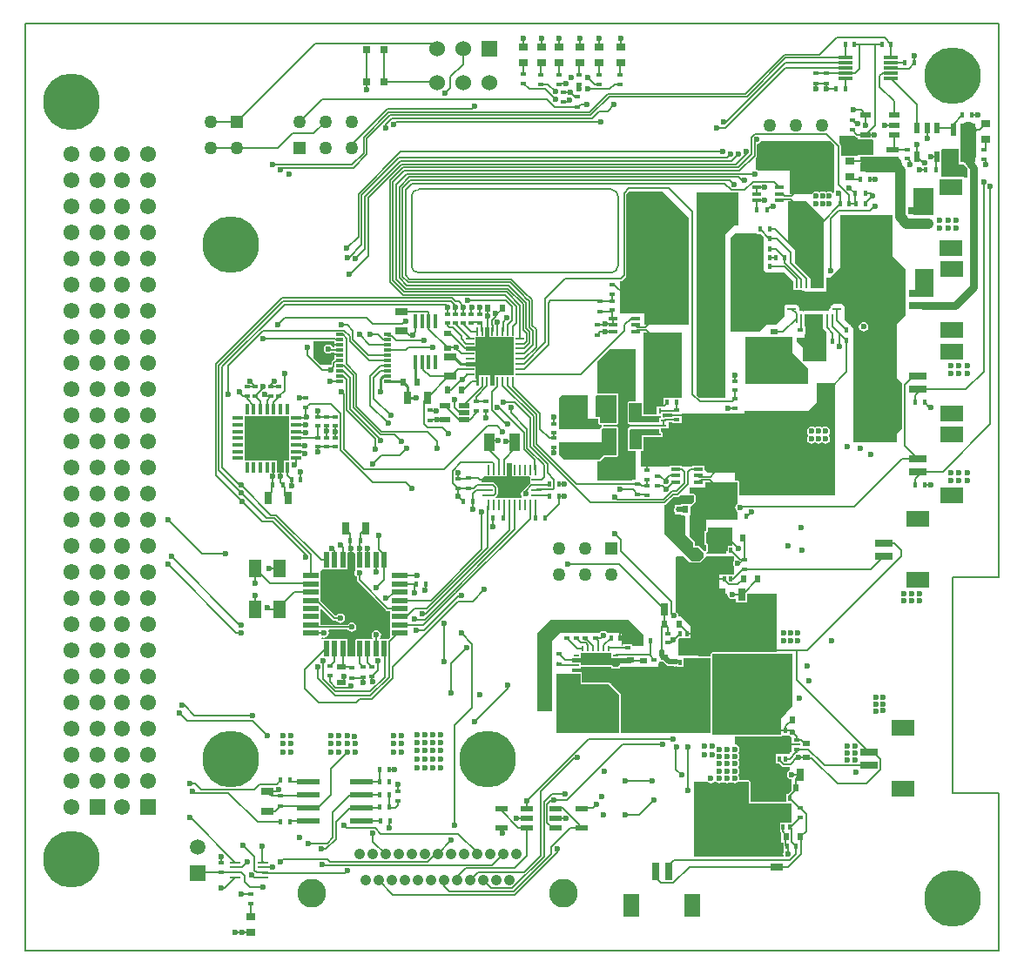
<source format=gtl>
G04*
G04 #@! TF.GenerationSoftware,Altium Limited,Altium Designer,18.1.9 (240)*
G04*
G04 Layer_Physical_Order=1*
G04 Layer_Color=255*
%FSLAX44Y44*%
%MOMM*%
G71*
G01*
G75*
%ADD10C,0.2540*%
%ADD11C,0.2000*%
%ADD14C,0.1524*%
%ADD16C,0.1520*%
%ADD18C,0.1500*%
%ADD19C,0.5000*%
%ADD21R,1.1112X0.2540*%
%ADD22R,1.6000X1.0000*%
%ADD23R,0.4500X0.6000*%
%ADD24R,0.4000X0.6000*%
%ADD25R,0.8000X1.3000*%
%ADD26R,0.6000X0.8000*%
%ADD27R,1.3000X0.8000*%
%ADD28R,0.3000X0.6000*%
%ADD29R,1.6000X0.6000*%
%ADD30R,2.4000X1.6000*%
%ADD31R,0.6000X0.4000*%
%ADD32R,0.7000X1.8000*%
%ADD33R,1.6000X2.2000*%
%ADD34R,0.2600X0.9000*%
%ADD35R,0.9000X0.2600*%
%ADD36R,2.9500X1.9500*%
%ADD37C,0.6000*%
%ADD38R,0.8000X0.5500*%
%ADD39R,0.8000X0.6000*%
%ADD40R,0.6000X0.4500*%
%ADD41R,1.1000X0.6000*%
%ADD42R,0.5032X0.3556*%
%ADD43R,0.7500X0.7000*%
%ADD44R,1.0400X0.3300*%
%ADD45R,0.3300X1.0400*%
%ADD46R,3.7000X3.7000*%
%ADD47R,0.9000X0.5000*%
%ADD48R,2.2000X0.6000*%
%ADD49R,5.5000X1.4300*%
%ADD50R,0.7000X1.3000*%
%ADD51R,0.9000X0.7000*%
%ADD52R,1.2700X0.5588*%
%ADD53R,1.4500X0.3000*%
%ADD54R,0.6000X1.1000*%
%ADD55R,0.5588X1.2700*%
%ADD56R,1.0000X1.6000*%
%ADD57R,1.3000X0.7000*%
%ADD58R,0.8400X0.2600*%
%ADD59R,0.2600X0.8400*%
%ADD60R,3.6000X3.6000*%
%ADD61R,0.4500X1.3500*%
%ADD62R,1.0000X0.4700*%
%ADD63R,1.0000X0.2500*%
%ADD64R,0.2500X1.0000*%
%ADD65R,3.4000X0.9800*%
%ADD66R,0.7000X0.3000*%
%ADD67R,1.8000X0.7000*%
%ADD68R,2.2000X1.6000*%
%ADD69R,1.2200X0.6000*%
%ADD70R,1.2000X1.8000*%
%ADD71R,1.5000X0.5500*%
%ADD72R,0.5500X1.5000*%
%ADD73R,1.0000X1.8000*%
%ADD74R,0.8500X0.3500*%
%ADD75R,0.2400X0.6000*%
%ADD76R,0.6000X0.2400*%
%ADD77R,0.2400X0.5750*%
%ADD78R,0.5750X0.2400*%
%ADD138R,1.7900X0.2200*%
%ADD139R,2.7000X0.8500*%
%ADD140R,2.7000X1.4500*%
%ADD141C,0.2500*%
%ADD142C,1.0000*%
%ADD143C,1.5000*%
%ADD144C,0.7500*%
%ADD145C,1.0668*%
%ADD146C,2.7940*%
%ADD147C,1.2700*%
%ADD148R,1.2700X1.2700*%
%ADD149R,1.5240X1.5240*%
%ADD150C,1.5240*%
%ADD151C,2.5400*%
%ADD152R,1.5500X1.5500*%
%ADD153C,1.5500*%
%ADD154C,1.5000*%
%ADD155R,1.5000X1.5000*%
%ADD156C,5.5000*%
G36*
X807016Y792225D02*
X807772Y791720D01*
X808664Y791542D01*
X809916D01*
Y789349D01*
X823964D01*
X824504Y788303D01*
Y774511D01*
X809916D01*
Y772946D01*
X807877D01*
Y773470D01*
X795829D01*
Y772946D01*
X793609D01*
Y782604D01*
X793431Y783496D01*
X792926Y784252D01*
X791464Y785714D01*
Y792484D01*
X806757D01*
X807016Y792225D01*
D02*
G37*
G36*
X907526Y765192D02*
X912806D01*
X913021Y764759D01*
X913045Y764738D01*
X913059Y764711D01*
X915924Y761077D01*
Y752500D01*
X912864D01*
Y752772D01*
X890524D01*
Y765192D01*
X890968D01*
Y779240D01*
X892014Y779780D01*
X907526D01*
Y765192D01*
D02*
G37*
G36*
X786384Y784202D02*
Y737815D01*
X785508Y737454D01*
X785114Y737370D01*
X783690Y738322D01*
X781925Y738673D01*
X780160Y738322D01*
X778790Y737406D01*
X778686Y737562D01*
X777190Y738561D01*
X775425Y738913D01*
X773660Y738561D01*
X772163Y737562D01*
X772059Y737406D01*
X770690Y738322D01*
X768925Y738673D01*
X767160Y738322D01*
X765663Y737322D01*
X764973Y736288D01*
X743204D01*
Y749222D01*
X743126Y749400D01*
Y759341D01*
X712586D01*
X711619Y759987D01*
X710184Y760273D01*
Y771302D01*
X711022Y772140D01*
X711527Y772896D01*
X711705Y773788D01*
Y784785D01*
X713229Y785089D01*
X714726Y786088D01*
X715668Y787498D01*
X783088D01*
X786384Y784202D01*
D02*
G37*
G36*
X883000Y715664D02*
X863600D01*
Y742028D01*
X883000D01*
Y715664D01*
D02*
G37*
G36*
X759743Y728980D02*
X776224Y712499D01*
X776224Y645858D01*
X775326Y644960D01*
X763524Y644963D01*
Y654278D01*
X762686Y655116D01*
Y655142D01*
X762660D01*
X748284Y669519D01*
Y681926D01*
X741870Y688340D01*
Y728980D01*
X759743Y728980D01*
D02*
G37*
G36*
X882904Y636576D02*
X865124D01*
Y662940D01*
X882904D01*
Y636576D01*
D02*
G37*
G36*
X711358Y697302D02*
X715511D01*
X718350Y694463D01*
Y662628D01*
X720890Y660088D01*
X738670D01*
X747039Y651720D01*
Y643094D01*
X755664D01*
X756450Y642308D01*
X758234D01*
Y623790D01*
X756441Y621997D01*
X751536Y626902D01*
Y627592D01*
X750846D01*
X749805Y628633D01*
X740867D01*
X739615Y628652D01*
X739615Y628653D01*
Y628653D01*
X739535Y628732D01*
X738670Y627868D01*
X738670Y627801D01*
X738670Y617498D01*
X730460Y609288D01*
X721541D01*
X714233Y601980D01*
X685644D01*
Y646840D01*
Y693422D01*
X690410Y698188D01*
X711358Y698188D01*
Y697302D01*
D02*
G37*
G36*
X645414Y712964D02*
Y609390D01*
X601951Y609390D01*
X601951Y620522D01*
X578104Y620522D01*
Y651427D01*
X578967D01*
X579859Y651605D01*
X580615Y652110D01*
X583990Y655485D01*
X584495Y656241D01*
X584673Y657133D01*
Y736317D01*
X587360Y739003D01*
X619374D01*
X645414Y712964D01*
D02*
G37*
G36*
X775540Y605423D02*
X778675Y602288D01*
Y573728D01*
X756175D01*
Y586704D01*
X750080Y592798D01*
Y596588D01*
X757700Y596588D01*
Y600104D01*
X758434D01*
Y607152D01*
X757700D01*
Y619448D01*
X775540Y619448D01*
Y605423D01*
D02*
G37*
G36*
X300427Y592752D02*
X300626Y592619D01*
Y586729D01*
X298951D01*
X298902Y586975D01*
X297902Y588471D01*
X296405Y589471D01*
X294640Y589823D01*
X292875Y589471D01*
X291378Y588471D01*
X290378Y586975D01*
X290027Y585210D01*
X290378Y583445D01*
X291378Y581948D01*
X292875Y580948D01*
X294640Y580597D01*
X296405Y580948D01*
X297902Y581948D01*
X297984Y582071D01*
X300626D01*
Y575727D01*
X300265Y575486D01*
X298466Y573687D01*
X297961Y572930D01*
X297783Y572038D01*
Y570045D01*
X286971D01*
X280306Y576710D01*
Y593417D01*
X299762D01*
X300427Y592752D01*
D02*
G37*
G36*
X746020Y581391D02*
X760984Y566427D01*
Y551180D01*
X700024D01*
X700024Y596885D01*
X746020D01*
X746020Y581391D01*
D02*
G37*
G36*
X451396Y597034D02*
X475346D01*
Y588084D01*
Y578084D01*
Y568084D01*
Y559782D01*
X456396D01*
Y550125D01*
X452044D01*
Y559782D01*
X441396D01*
Y550125D01*
X438313D01*
X438243Y550295D01*
Y556430D01*
X437653Y557020D01*
X438094Y558084D01*
X438094D01*
Y568732D01*
X428399D01*
Y573084D01*
X438094D01*
Y583732D01*
X428399D01*
Y588084D01*
X438094D01*
Y597034D01*
X447044D01*
Y606468D01*
X451396D01*
Y597034D01*
D02*
G37*
G36*
X685823Y738012D02*
X686714Y737834D01*
X693252D01*
Y705723D01*
X689242D01*
X681084Y697565D01*
Y538293D01*
X655508D01*
X652974Y540826D01*
Y698413D01*
Y738124D01*
X685655D01*
X685823Y738012D01*
D02*
G37*
G36*
X593515Y534840D02*
X592275D01*
X591109Y534357D01*
X591092Y534316D01*
X587219D01*
X586053Y533833D01*
X585570Y532667D01*
X585570Y514129D01*
X586053Y512962D01*
X587219Y512479D01*
X587391Y512307D01*
X587391Y509670D01*
X586825Y508635D01*
X586250Y508059D01*
X585766Y506892D01*
X585766Y487754D01*
X586250Y486588D01*
X587416Y486105D01*
X592072D01*
X592275Y486021D01*
X593515D01*
X593515Y458206D01*
X590574D01*
Y457962D01*
X556564D01*
Y475870D01*
X558069D01*
X559236Y476354D01*
X563503Y480621D01*
X575160Y480621D01*
X576326Y481104D01*
X576810Y482270D01*
Y508186D01*
X576684Y508489D01*
X576684Y508818D01*
X576452Y509050D01*
X576326Y509353D01*
X576023Y509478D01*
X575791Y509710D01*
X575616Y509783D01*
X575297Y509783D01*
X575004Y509908D01*
X562639Y510057D01*
Y512063D01*
X575261Y512063D01*
X576427Y512547D01*
X576910Y513713D01*
X576910Y540690D01*
X576427Y541857D01*
X575261Y542340D01*
X556564Y542340D01*
Y573821D01*
X568062Y585320D01*
X593515D01*
X593515Y534840D01*
D02*
G37*
G36*
X787384Y552418D02*
X787384Y522597D01*
Y442766D01*
X694693D01*
Y455930D01*
X694210Y457096D01*
X693044Y457580D01*
X690100D01*
Y464899D01*
X663661D01*
X660208Y468352D01*
Y472054D01*
X648660D01*
Y471111D01*
X647088D01*
X646196Y470933D01*
X646152Y470904D01*
X639338D01*
X639297Y470932D01*
X638406Y471109D01*
X638208D01*
Y472054D01*
X626660D01*
Y470904D01*
X598948D01*
Y486034D01*
X600082Y486504D01*
X600980Y487402D01*
X601463Y488568D01*
X601463Y492361D01*
X600980Y493528D01*
X600877Y493571D01*
Y499760D01*
X618391D01*
X619557Y500243D01*
X620041Y501409D01*
Y503161D01*
X619557Y504328D01*
X618391Y504811D01*
X618077D01*
Y507790D01*
X618325Y508161D01*
X625475D01*
Y514397D01*
X629206D01*
Y513204D01*
X638254D01*
Y520252D01*
X629206D01*
Y519059D01*
X621794D01*
X621139Y518928D01*
X620284Y519382D01*
X619869Y519718D01*
Y520361D01*
X619675Y520829D01*
Y522555D01*
X629206D01*
Y522204D01*
X638254D01*
Y522597D01*
X699394D01*
Y525680D01*
X762063D01*
X769862Y533480D01*
X769863Y552418D01*
X787384Y552418D01*
D02*
G37*
G36*
X638311Y538270D02*
X620929D01*
Y529447D01*
X619675Y529409D01*
Y529409D01*
X614227D01*
Y522011D01*
X601135D01*
Y529031D01*
X601291Y529409D01*
X601291Y533190D01*
X601135Y533569D01*
Y601698D01*
X638311D01*
Y538270D01*
D02*
G37*
G36*
X256726Y515040D02*
X256726D01*
Y514888D01*
X256726D01*
Y508540D01*
X256726D01*
Y508388D01*
X256726D01*
Y503158D01*
X256726Y502040D01*
X256726D01*
Y501888D01*
X256726D01*
Y495540D01*
X256726D01*
Y495388D01*
X256726D01*
Y490158D01*
X256726Y489040D01*
X256726D01*
Y488888D01*
X256726D01*
Y483658D01*
X256726Y482540D01*
X256726D01*
Y482388D01*
X256726D01*
Y477088D01*
X251426D01*
Y465342D01*
X244774D01*
Y477088D01*
X239544D01*
X238426Y477088D01*
Y477088D01*
X238274D01*
Y477088D01*
X231926D01*
Y477088D01*
X231774D01*
Y477088D01*
X225426D01*
Y477088D01*
X225274D01*
Y477088D01*
X218926D01*
Y477088D01*
X218774D01*
Y477088D01*
X213474D01*
Y482388D01*
X213474D01*
Y482540D01*
X213474D01*
Y488888D01*
X213474D01*
Y489040D01*
X213474D01*
Y495388D01*
X213474D01*
Y495540D01*
X213474D01*
Y501888D01*
X213474D01*
Y502040D01*
X213474D01*
Y508388D01*
X213474D01*
Y508540D01*
X213474D01*
Y514888D01*
X213474D01*
Y515040D01*
X213474D01*
Y520340D01*
X218774D01*
X218774Y520340D01*
X218926D01*
Y520340D01*
X220044Y520340D01*
X225274D01*
Y520340D01*
X225426D01*
Y520340D01*
X231774D01*
Y520340D01*
X231926D01*
Y520340D01*
X238274D01*
Y520340D01*
X238426D01*
Y520340D01*
X244774D01*
Y520340D01*
X244926D01*
Y520340D01*
X251274D01*
Y520340D01*
X251426D01*
Y520340D01*
X256726D01*
Y515040D01*
D02*
G37*
G36*
X599642Y533190D02*
X599642Y529409D01*
X599227D01*
Y520361D01*
X618219D01*
Y518609D01*
X616427D01*
Y514129D01*
X587219Y514129D01*
X587219Y532667D01*
X592275D01*
Y533190D01*
X599642Y533190D01*
D02*
G37*
G36*
X575261Y540690D02*
X575261Y513713D01*
X558952Y513713D01*
Y519016D01*
X554990D01*
X554990Y539793D01*
X555887Y540690D01*
X575261Y540690D01*
D02*
G37*
G36*
X547370Y517190D02*
X557303D01*
Y513713D01*
X557786Y512547D01*
X558952Y512063D01*
X560990D01*
Y509959D01*
X560691Y509837D01*
X560108Y509604D01*
X560106Y509599D01*
X560101Y509597D01*
X559198Y508704D01*
X559196Y508699D01*
X559191Y508698D01*
X558950Y508117D01*
X558762Y507671D01*
X519092D01*
Y537812D01*
X521970Y540690D01*
X547370D01*
Y517190D01*
D02*
G37*
G36*
X843280Y715518D02*
X843280Y675832D01*
X855726Y663044D01*
Y618468D01*
X847568Y610310D01*
X847568Y557466D01*
X852990Y551895D01*
X852834Y551116D01*
Y508067D01*
X847568Y502800D01*
Y494988D01*
X805248Y494988D01*
X805248Y605295D01*
X802327Y608217D01*
Y608711D01*
X801833D01*
X797090Y613453D01*
X797090Y627068D01*
X794550Y629608D01*
X785440D01*
Y628652D01*
X784381Y627592D01*
X783189D01*
Y626400D01*
X781557Y624768D01*
X778659D01*
Y654668D01*
X782940D01*
X792940Y664668D01*
X792940Y715518D01*
X843280Y715518D01*
D02*
G37*
G36*
X574984Y508259D02*
X575160Y508186D01*
Y482270D01*
X562820Y482271D01*
X558069Y477520D01*
X524180D01*
X519104Y482596D01*
Y494713D01*
X560357Y494713D01*
Y507531D01*
X561260Y508424D01*
X574984Y508259D01*
D02*
G37*
G36*
X616427Y507790D02*
Y503161D01*
X618391D01*
Y501409D01*
X599227D01*
Y492361D01*
X599814D01*
X599814Y488568D01*
X598916Y487670D01*
X592275Y487670D01*
Y487754D01*
X587416D01*
X587416Y506892D01*
X588314Y507790D01*
X616427Y507790D01*
D02*
G37*
G36*
X473130Y474200D02*
Y461376D01*
X489694D01*
X490880Y461174D01*
Y455131D01*
X490756Y455048D01*
X485016Y449308D01*
X484511Y448552D01*
X484499Y448494D01*
X483402Y447762D01*
X482402Y446265D01*
X482051Y444500D01*
X482402Y442735D01*
X483098Y441694D01*
X482509Y440424D01*
X457651D01*
X457266Y441694D01*
X457352Y441752D01*
X458852Y443252D01*
X459357Y444008D01*
X459535Y444900D01*
Y450500D01*
X459357Y451392D01*
X458852Y452148D01*
X456042Y454959D01*
X455928Y455034D01*
Y456174D01*
X443904D01*
Y459320D01*
X446957Y462373D01*
X448130Y461887D01*
Y461376D01*
X468678D01*
Y474200D01*
X473130D01*
D02*
G37*
G36*
X650240Y437251D02*
X647416Y434427D01*
X646554Y434784D01*
Y434784D01*
X637506D01*
Y433784D01*
X631444D01*
Y431229D01*
X631177Y430830D01*
X630865Y429260D01*
X631177Y427690D01*
X631444Y427291D01*
Y424736D01*
X637506D01*
Y423736D01*
X641132D01*
X642030Y422838D01*
X642030Y404774D01*
X649192Y397612D01*
Y392128D01*
X654676D01*
X659516Y387288D01*
X659516Y383418D01*
X655320Y379222D01*
X647534D01*
X621792Y406251D01*
Y433651D01*
X622634Y433818D01*
X623390Y434324D01*
X630776Y441709D01*
X634232D01*
X635124Y441887D01*
X635880Y442392D01*
X636505Y443017D01*
X650240D01*
Y437251D01*
D02*
G37*
G36*
X693044Y435463D02*
X691682Y434554D01*
X690683Y433057D01*
X690331Y431292D01*
X690683Y429527D01*
X691682Y428030D01*
X693044Y427121D01*
Y419200D01*
X661924D01*
Y408084D01*
X660304D01*
Y395036D01*
X661924D01*
Y389134D01*
X660106D01*
X659795Y389342D01*
X655842Y393294D01*
X654676Y393778D01*
X650842D01*
Y397612D01*
X650358Y398778D01*
X646135Y403002D01*
Y423736D01*
X646554D01*
Y431803D01*
X647416Y432777D01*
X647719Y432903D01*
X648047D01*
X648279Y433135D01*
X648583Y433260D01*
X651406Y436084D01*
X651890Y437251D01*
Y443017D01*
X651406Y444183D01*
X650240Y444666D01*
X646135D01*
Y451009D01*
X661302D01*
Y455930D01*
X693044D01*
Y435463D01*
D02*
G37*
G36*
X687324Y394444D02*
X683246D01*
Y388620D01*
X681736D01*
X681736Y386080D01*
X662414Y386080D01*
X662305Y386311D01*
X662945Y387908D01*
X663090Y387968D01*
X663574Y389134D01*
Y395036D01*
X663090Y396202D01*
X661954Y396673D01*
Y406447D01*
X663090Y406918D01*
X663574Y408084D01*
Y412242D01*
X687324Y412242D01*
Y394444D01*
D02*
G37*
G36*
X320794Y386674D02*
Y371080D01*
X320794D01*
X321063Y370576D01*
X320542Y369797D01*
X320191Y368032D01*
X320542Y366267D01*
X321542Y364770D01*
X322486Y364140D01*
Y360841D01*
X322662Y359954D01*
X323165Y359202D01*
X350902Y331465D01*
X351654Y330962D01*
X352542Y330785D01*
X355044D01*
Y320830D01*
Y312830D01*
Y304856D01*
X353316Y303128D01*
X345519D01*
X345043Y304398D01*
X345830Y305575D01*
X346181Y307340D01*
X345830Y309105D01*
X344830Y310602D01*
X343333Y311602D01*
X341568Y311953D01*
X339803Y311602D01*
X338306Y310602D01*
X337307Y309105D01*
X336955Y307340D01*
X337307Y305575D01*
X338093Y304398D01*
X337690Y303324D01*
X337530Y303128D01*
X320794D01*
Y286512D01*
X313342D01*
Y303128D01*
X288946D01*
X287876Y304198D01*
X288686Y305184D01*
X289003Y304972D01*
X290768Y304621D01*
X292533Y304972D01*
X294030Y305972D01*
X295030Y307469D01*
X295381Y309234D01*
X295030Y310999D01*
X294789Y311359D01*
X295468Y312629D01*
X313616D01*
X314238Y311698D01*
X315735Y310699D01*
X317500Y310347D01*
X319265Y310699D01*
X320762Y311698D01*
X321762Y313195D01*
X322113Y314960D01*
X321762Y316725D01*
X320762Y318222D01*
X319265Y319221D01*
X317500Y319573D01*
X315735Y319221D01*
X314238Y318222D01*
X313616Y317291D01*
X287092D01*
Y320830D01*
Y332607D01*
X288265Y333093D01*
X299297Y322062D01*
X300053Y321557D01*
X300945Y321379D01*
X302484D01*
X303106Y320448D01*
X304603Y319449D01*
X306368Y319097D01*
X308133Y319449D01*
X309630Y320448D01*
X310630Y321945D01*
X310981Y323710D01*
X310630Y325475D01*
X309630Y326972D01*
X308133Y327971D01*
X306368Y328323D01*
X304603Y327971D01*
X303106Y326972D01*
X302914Y326684D01*
X301391Y326560D01*
X287092Y340859D01*
Y352830D01*
Y360830D01*
Y369378D01*
X287092Y369378D01*
X287092D01*
X287939Y370235D01*
X287946Y370242D01*
X288794Y371080D01*
Y371080D01*
X288794Y371080D01*
X313342D01*
Y387565D01*
X319895Y387571D01*
X320794Y386674D01*
D02*
G37*
G36*
X640477Y384240D02*
X646339Y378084D01*
X646359Y378076D01*
X646367Y378056D01*
X646933Y377821D01*
X647494Y377573D01*
X647514Y377581D01*
X647534Y377572D01*
X655320D01*
X656486Y378056D01*
X660682Y382252D01*
X661000Y383018D01*
X661165Y383418D01*
X661945Y384196D01*
X688753Y384140D01*
X688904Y383989D01*
Y378705D01*
X688782Y378523D01*
X688431Y376757D01*
X688782Y374992D01*
X688904Y374810D01*
Y366444D01*
X683246D01*
Y366444D01*
X682559Y365759D01*
X675294Y365782D01*
X675294Y347472D01*
X682389D01*
X682891Y346860D01*
X683242Y345095D01*
X684242Y343598D01*
X685739Y342598D01*
X687504Y342247D01*
X689269Y342598D01*
X690030Y343107D01*
X691300Y342428D01*
Y339026D01*
X702348D01*
Y347472D01*
X730803Y347472D01*
X730803Y290529D01*
X694944Y290529D01*
Y290529D01*
X694844Y290429D01*
X668020Y290430D01*
X666854Y289946D01*
X666370Y288780D01*
Y286203D01*
X654304D01*
X654304Y302156D01*
X635000Y302156D01*
Y303457D01*
X635703Y304160D01*
X639958D01*
Y304234D01*
X646554D01*
Y316106D01*
X637556Y325104D01*
X635821D01*
X635081Y326006D01*
X634729Y327771D01*
X633730Y329267D01*
X632616Y330011D01*
X632616Y383358D01*
X633515Y384255D01*
X640477Y384240D01*
D02*
G37*
G36*
X586269Y322044D02*
X600964Y307349D01*
Y297054D01*
X590248Y297054D01*
Y298508D01*
X581200D01*
Y297063D01*
X579924D01*
Y308233D01*
X578385Y309772D01*
X565669D01*
X565626Y309837D01*
X564129Y310837D01*
X562364Y311188D01*
X560599Y310837D01*
X559103Y309837D01*
X559059Y309772D01*
X520171D01*
X512004Y301606D01*
Y274904D01*
X512002Y233150D01*
X498763Y233138D01*
X497864Y234035D01*
Y309205D01*
X510703Y322044D01*
X567224Y322044D01*
X586269Y322044D01*
D02*
G37*
G36*
X569590Y285079D02*
X578388D01*
X578388Y278374D01*
X577222Y277890D01*
X576740Y276729D01*
X571238D01*
X570756Y277890D01*
X569590Y278374D01*
X540138D01*
Y280527D01*
X531664D01*
X531664Y285079D01*
X540138D01*
Y290029D01*
X569590D01*
Y285079D01*
D02*
G37*
G36*
X666370Y284553D02*
X666370Y211654D01*
X579134Y211654D01*
X579034Y211804D01*
Y249577D01*
X578550Y250744D01*
X570088Y259206D01*
Y260577D01*
X568717D01*
X568530Y260764D01*
X567952Y261003D01*
X567376Y261248D01*
X541490Y261446D01*
Y269868D01*
X541007Y271034D01*
X539840Y271517D01*
X531770D01*
Y275079D01*
X540138D01*
Y276724D01*
X569590D01*
Y275079D01*
X578388D01*
Y276724D01*
X615484Y276724D01*
Y279840D01*
X616291D01*
Y281344D01*
X620006D01*
X622846Y278503D01*
X624178Y277614D01*
X625748Y277301D01*
X630175D01*
X630413Y277143D01*
X632178Y276791D01*
X632953Y276945D01*
X633910Y276160D01*
Y276160D01*
X639958D01*
Y284553D01*
X666370Y284553D01*
D02*
G37*
G36*
X539840Y260279D02*
X539964D01*
Y259809D01*
X567363Y259598D01*
X577384Y249577D01*
Y211804D01*
X516910Y211804D01*
Y269868D01*
X539840D01*
Y260279D01*
D02*
G37*
G36*
X745972Y288780D02*
Y237884D01*
X734853Y225622D01*
Y210366D01*
X716139D01*
Y210324D01*
X668020Y210324D01*
X668020Y288780D01*
X745972Y288780D01*
D02*
G37*
G36*
X742760Y209360D02*
X744257Y208361D01*
X745569Y208099D01*
Y201817D01*
X753910D01*
Y199865D01*
X745569D01*
Y193040D01*
X743803D01*
Y191792D01*
X743589Y191649D01*
X742437Y191366D01*
Y191366D01*
X736389D01*
X736388Y191366D01*
X735937D01*
Y191366D01*
X735118Y191366D01*
X729889D01*
Y182318D01*
X732907D01*
X735531Y179693D01*
X736288Y179188D01*
X737180Y179011D01*
X743803D01*
Y176062D01*
X743519Y176005D01*
X742022Y175006D01*
X741022Y173509D01*
X740671Y171744D01*
X741022Y169979D01*
X742022Y168482D01*
X743519Y167482D01*
X745284Y167131D01*
X745549Y166914D01*
X745549Y163804D01*
X744932D01*
Y156052D01*
X742024Y153144D01*
X740316D01*
Y144780D01*
X705230D01*
Y164630D01*
X704746Y165796D01*
X703580Y166280D01*
X695207D01*
X694401Y167261D01*
X694477Y167640D01*
X694126Y169405D01*
X693126Y170902D01*
Y171628D01*
X694126Y173125D01*
X694477Y174890D01*
X694126Y176655D01*
X693126Y178152D01*
Y178878D01*
X694126Y180375D01*
X694477Y182140D01*
X694126Y183905D01*
X693126Y185402D01*
X693577Y186628D01*
X694143Y187476D01*
X694494Y189241D01*
X694143Y191006D01*
X693143Y192502D01*
Y193080D01*
X694143Y194576D01*
X694494Y196341D01*
X694143Y198107D01*
X693143Y199603D01*
X691646Y200603D01*
X689881Y200954D01*
X689864Y200968D01*
Y208675D01*
X716139Y208675D01*
X716238Y208716D01*
X734853D01*
X736020Y209199D01*
X736284Y209838D01*
X742441D01*
X742760Y209360D01*
D02*
G37*
G36*
X703580Y143130D02*
X745534D01*
X745549Y143115D01*
Y125144D01*
X740316D01*
Y125144D01*
X739864D01*
Y125144D01*
X733816D01*
Y116096D01*
X734509D01*
Y116090D01*
X734687Y115198D01*
X735192Y114442D01*
X735352Y114282D01*
Y105456D01*
X737223D01*
Y102830D01*
X737260Y102645D01*
Y97076D01*
X737260D01*
X737726Y96205D01*
X737419Y95745D01*
X737067Y93980D01*
X737320Y92710D01*
X736525Y91440D01*
X650404D01*
Y164630D01*
X663340D01*
X663508Y164378D01*
X665004Y163379D01*
X666770Y163027D01*
X668535Y163379D01*
X670031Y164378D01*
X670199Y164630D01*
X671434D01*
X671602Y164378D01*
X673099Y163379D01*
X674864Y163027D01*
X676629Y163379D01*
X677828Y164179D01*
X678614Y164302D01*
X679400Y164179D01*
X680599Y163379D01*
X682364Y163027D01*
X684129Y163379D01*
X685328Y164179D01*
X686114Y164302D01*
X686900Y164179D01*
X688099Y163379D01*
X689864Y163027D01*
X691629Y163379D01*
X693126Y164378D01*
X693294Y164630D01*
X703580D01*
Y143130D01*
D02*
G37*
%LPC*%
G36*
X771401Y510313D02*
X769636Y509962D01*
X768139Y508962D01*
X768036Y508806D01*
X766666Y509721D01*
X764901Y510073D01*
X763136Y509721D01*
X761639Y508722D01*
X760639Y507225D01*
X760288Y505460D01*
X760639Y503695D01*
X761440Y502496D01*
X761561Y501650D01*
X761440Y500804D01*
X760639Y499605D01*
X760288Y497840D01*
X760639Y496075D01*
X761639Y494578D01*
X763136Y493578D01*
X764901Y493227D01*
X766666Y493578D01*
X768151Y494571D01*
X769636Y493578D01*
X771401Y493227D01*
X773166Y493578D01*
X774651Y494571D01*
X776136Y493578D01*
X777901Y493227D01*
X779666Y493578D01*
X781162Y494578D01*
X782162Y496075D01*
X782513Y497840D01*
X782162Y499605D01*
X781361Y500804D01*
X781241Y501650D01*
X781361Y502496D01*
X782162Y503695D01*
X782513Y505460D01*
X782162Y507225D01*
X781162Y508722D01*
X779666Y509721D01*
X777901Y510073D01*
X776136Y509721D01*
X774766Y508806D01*
X774662Y508962D01*
X773166Y509962D01*
X771401Y510313D01*
D02*
G37*
G36*
X815340Y611673D02*
X813575Y611321D01*
X812078Y610322D01*
X811078Y608825D01*
X810727Y607060D01*
X811078Y605295D01*
X812078Y603798D01*
X813575Y602799D01*
X815340Y602447D01*
X817105Y602799D01*
X818602Y603798D01*
X819602Y605295D01*
X819953Y607060D01*
X819602Y608825D01*
X818602Y610322D01*
X817105Y611321D01*
X815340Y611673D01*
D02*
G37*
%LPD*%
D10*
X734472Y171744D02*
X735456Y170760D01*
Y157280D02*
Y170760D01*
Y153736D02*
Y157280D01*
X730340Y148620D02*
X735456Y153736D01*
D11*
X694944Y432244D02*
X806132D01*
X694944Y431292D02*
Y432244D01*
X806132D02*
X852654Y478766D01*
X573024Y405892D02*
X578866Y400050D01*
Y389352D02*
Y400050D01*
Y389352D02*
X628468Y339749D01*
Y328006D02*
Y339749D01*
Y328006D02*
X630468Y326006D01*
X855408Y491428D02*
X868070Y478766D01*
X469392Y255029D02*
Y258572D01*
X437382Y223018D02*
X469392Y255029D01*
X405240Y509550D02*
X411370Y503420D01*
X391227Y509550D02*
X405240D01*
X387858Y535186D02*
X391046Y538374D01*
X387858Y512919D02*
Y535186D01*
Y512919D02*
X391227Y509550D01*
X683401Y528179D02*
X690270D01*
X441898Y625856D02*
Y627380D01*
Y620896D02*
Y625856D01*
X852654Y478766D02*
X868070D01*
X855408Y491428D02*
Y551116D01*
X862076Y557784D01*
X866843D01*
X868070Y559011D01*
X679971Y472440D02*
X687458D01*
X679971Y482025D02*
X687458D01*
X679971Y491610D02*
X687458D01*
X513649Y512871D02*
Y519237D01*
X245761Y608981D02*
X252704Y615924D01*
X367102Y609672D02*
X370078Y612648D01*
X357954Y609672D02*
X367102D01*
X357882Y609600D02*
X357954Y609672D01*
X338133Y609600D02*
X357882D01*
X331809Y615924D02*
X338133Y609600D01*
X252704Y615924D02*
X331809D01*
X572764Y647954D02*
X583184Y637534D01*
X570484Y647954D02*
X572764D01*
X392500Y605244D02*
X410750Y586994D01*
X392500Y605244D02*
Y612140D01*
Y620902D01*
X391254Y622148D02*
X392500Y620902D01*
X365500Y622148D02*
X391254D01*
X386000Y572640D02*
X387096Y571544D01*
Y565475D02*
Y571544D01*
Y565475D02*
X393822Y558748D01*
X411420D01*
X441706Y620704D02*
X441898Y620896D01*
X296920Y177036D02*
X313644Y193760D01*
X296920Y151970D02*
Y177036D01*
X284264Y139314D02*
X296920Y151970D01*
X275274Y139314D02*
X284264D01*
X246720Y156940D02*
Y157100D01*
X244944Y155164D02*
X246720Y156940D01*
X235234Y155164D02*
X244944D01*
X238384Y152014D02*
X239674Y150724D01*
X247904D01*
X273864Y140724D02*
X275274Y139314D01*
X247904Y140724D02*
X273864D01*
X235234Y136164D02*
X243344D01*
X247904Y140724D01*
X273984Y150724D02*
X275174Y151914D01*
X247904Y150724D02*
X273984D01*
X694944Y501196D02*
X702430D01*
X679971D02*
X687458D01*
X694944Y491610D02*
X695025Y491692D01*
X702430D01*
X702390Y482025D02*
X702430Y482066D01*
X694944Y482025D02*
X702390D01*
X694944Y472440D02*
X702430D01*
X656434Y304434D02*
Y308684D01*
X646684Y294684D02*
X656434Y304434D01*
X643434Y308684D02*
X649934D01*
X585724Y309414D02*
X588194Y311884D01*
X585724Y304734D02*
Y309414D01*
X588264Y283324D02*
X589014Y282574D01*
X600964D01*
X411420Y558748D02*
X413330D01*
X391046Y538374D02*
X411420Y558748D01*
X413330D02*
X420490Y565908D01*
X432370D01*
X633399Y197699D02*
Y198500D01*
X632700Y197000D02*
X633399Y197699D01*
X632700Y176800D02*
Y197000D01*
X644199Y196775D02*
Y198900D01*
X644024Y196600D02*
X644199Y196775D01*
X644024Y156421D02*
Y196600D01*
X644001Y156398D02*
X644024Y156421D01*
X632700Y176800D02*
X638500Y171000D01*
X791000Y736900D02*
X792397Y735503D01*
Y726440D02*
Y735503D01*
X801060Y742380D02*
X807137Y736600D01*
D14*
X375840Y746582D02*
X680298D01*
X369842Y740584D02*
X375840Y746582D01*
X369842Y657133D02*
Y740584D01*
X374545Y749630D02*
X684725D01*
X366794Y741879D02*
X374545Y749630D01*
X366794Y655871D02*
Y741879D01*
X373252Y752678D02*
X693850D01*
X363746Y743172D02*
X373252Y752678D01*
X363746Y654608D02*
Y743172D01*
X370948Y755726D02*
X709854D01*
X360680Y745458D02*
X370948Y755726D01*
X360680Y653364D02*
Y745458D01*
X729062Y220401D02*
X731972D01*
X730517Y218946D02*
X734622Y214841D01*
X699644Y380620D02*
Y399075D01*
X698371Y380494D02*
Y380620D01*
X754686Y205341D02*
X759673Y200354D01*
X754070Y94590D02*
Y110980D01*
X749456Y158280D02*
Y167728D01*
Y157280D02*
Y158280D01*
X744242Y214841D02*
X750093Y208991D01*
X577640Y376428D02*
X621904Y332164D01*
X225250Y76240D02*
Y76352D01*
Y76240D02*
X230924D01*
X223082Y78520D02*
X225250Y76352D01*
X223082Y78520D02*
Y91692D01*
X210574Y81240D02*
X215904Y86570D01*
X203924Y81240D02*
X210574D01*
X841994Y858314D02*
X859258D01*
X449220Y624780D02*
X449392Y624608D01*
Y602758D02*
Y602930D01*
X470854Y467850D02*
X472368Y466336D01*
X423944Y544000D02*
X434002Y554058D01*
X514559Y128630D02*
X525780D01*
X230124Y87612D02*
X231210Y86526D01*
X230124Y87612D02*
Y101600D01*
X203924Y18000D02*
X211040D01*
X219649D01*
X190500Y85740D02*
Y91440D01*
X797994Y880710D02*
X798114Y880830D01*
X354715Y812800D02*
X546100Y812800D01*
X332071Y790156D02*
X354715Y812800D01*
X546100Y812800D02*
X546100Y812800D01*
X745284Y171744D02*
X753472D01*
X750093Y205341D02*
Y208991D01*
X739413Y214841D02*
X744242D01*
X749456Y167728D02*
X753472Y171744D01*
X753876Y138920D02*
X759460Y133336D01*
Y116564D02*
Y133336D01*
X753876Y110980D02*
X759460Y116564D01*
X741680Y93980D02*
Y100704D01*
X740784Y101600D02*
X741680Y100704D01*
X741420Y81940D02*
X754070Y94590D01*
X730340Y81940D02*
X741420D01*
X759573Y187674D02*
X764919D01*
X759292Y187955D02*
X759573Y187674D01*
X739554Y102830D02*
Y113376D01*
X671614Y361920D02*
Y372670D01*
X665114Y361920D02*
Y366170D01*
X671614Y353260D02*
Y361920D01*
X750093Y292730D02*
X760684D01*
X726474D02*
X750093D01*
Y263827D02*
Y292730D01*
Y263827D02*
X820440Y193480D01*
X851494Y383540D02*
Y389970D01*
X760684Y292730D02*
X851494Y383540D01*
X751840Y187955D02*
X759292D01*
X750573D02*
X751840D01*
X743251Y186842D02*
X749650Y193241D01*
X739413Y186842D02*
X743251D01*
X750093Y193241D02*
Y196341D01*
X749650Y193241D02*
X750093D01*
X736840Y116090D02*
X739554Y113376D01*
X736840Y116090D02*
Y120620D01*
X723840Y124870D02*
X733590Y134620D01*
X723840Y120620D02*
Y124870D01*
Y120620D02*
X730340D01*
X739554Y102830D02*
X740784Y101600D01*
X743340Y151164D02*
X749456Y157280D01*
X743340Y148620D02*
Y151164D01*
Y148620D02*
X753040Y138920D01*
X753876D01*
Y110980D02*
X754070D01*
X646311Y81940D02*
X730340D01*
X630411Y66040D02*
X646311Y81940D01*
X618451Y66040D02*
X630411D01*
X613030Y71462D02*
X618451Y66040D01*
X613030Y71462D02*
Y77380D01*
X702040Y422640D02*
X706120Y426720D01*
X700894Y422640D02*
X702040D01*
X655530Y461184D02*
X655608Y461262D01*
X666270D02*
X669828Y464820D01*
X655608Y461262D02*
X666270D01*
X655530Y461184D02*
X655530D01*
X654434Y462280D02*
X655530Y461184D01*
X699304Y371494D02*
X822298D01*
X684037Y356420D02*
X692871D01*
X679770Y360687D02*
X684037Y356420D01*
X679770Y360687D02*
Y361920D01*
X673270D02*
X679770D01*
X671614D02*
X673270D01*
X666770D02*
X671614D01*
X665114D02*
X666770D01*
X698371Y380620D02*
X699304D01*
X695570D02*
X698371D01*
X686270Y389920D02*
X695570Y380620D01*
X694635Y376757D02*
X698371Y380494D01*
X693044Y376757D02*
X694635D01*
X683399Y401320D02*
X693088Y391631D01*
X697399Y401320D02*
X699644Y399075D01*
X649975Y385873D02*
X656844D01*
X645704Y390144D02*
X649975Y385873D01*
X791278Y745626D02*
Y782604D01*
X779246Y794636D02*
X791278Y782604D01*
X709275Y794636D02*
X779246D01*
X791278Y745626D02*
X801397Y735507D01*
X699734Y740165D02*
X707643Y748074D01*
X686714Y740165D02*
X699734D01*
X680298Y746582D02*
X686714Y740165D01*
X697228Y749300D02*
X699768D01*
X693850Y752678D02*
X697228Y749300D01*
X684725Y749630D02*
X688904Y745451D01*
X582342Y737282D02*
X586740Y741680D01*
X625856D01*
X648716Y718820D01*
X582342Y657133D02*
Y737282D01*
X648716Y541788D02*
Y718820D01*
X368471Y759078D02*
X694664D01*
X693401Y762126D02*
X706326Y775051D01*
X367209Y762126D02*
X693401D01*
X691369Y765174D02*
X701040Y774845D01*
X365946Y765174D02*
X691369D01*
X686797Y768222D02*
X693276Y774700D01*
X364684Y768222D02*
X686797D01*
X682370Y771270D02*
X685800Y774700D01*
X707643Y748074D02*
X728304D01*
X694664Y759078D02*
X709374Y773788D01*
X711590Y742788D02*
X719192D01*
X724504Y723900D02*
X727004D01*
X721304Y720700D02*
X724504Y723900D01*
X365081Y777240D02*
X678180D01*
X363421Y771270D02*
X682370D01*
X357632Y748239D02*
X368471Y759078D01*
X354584Y749501D02*
X367209Y762126D01*
X333370Y732598D02*
X365946Y765174D01*
X330322Y733860D02*
X364684Y768222D01*
X327274Y735123D02*
X363421Y771270D01*
X324104Y736263D02*
X365081Y777240D01*
X693276Y774700D02*
X693420D01*
X701040Y774845D02*
Y777240D01*
X706178Y779577D02*
Y791540D01*
Y779577D02*
X706326Y779429D01*
Y775051D02*
Y779429D01*
X709374Y787260D02*
X711464Y789350D01*
X706178Y791540D02*
X709275Y794636D01*
X709374Y773788D02*
Y787260D01*
X324104Y694690D02*
Y736263D01*
X327274Y687192D02*
Y735123D01*
X330322Y682366D02*
Y733860D01*
X333370Y676016D02*
Y732598D01*
X821690Y720344D02*
X826770Y725424D01*
X538549Y139040D02*
X552044D01*
X449314Y453311D02*
X454394D01*
X240547Y461111D02*
X240840Y461404D01*
X240547Y451951D02*
Y461111D01*
X519104Y434750D02*
Y441960D01*
X505354Y421000D02*
X519104Y434750D01*
X549959Y435972D02*
X621742D01*
X494198Y491733D02*
X549959Y435972D01*
X621742D02*
X629810Y444040D01*
X599550Y452302D02*
X604484D01*
X597420Y454432D02*
X599550Y452302D01*
X595098Y454432D02*
X597420D01*
X590700Y448830D02*
X595098Y444432D01*
X578680Y448830D02*
X590700D01*
X621904Y318044D02*
Y332164D01*
X647088Y468780D02*
X654434D01*
X644254Y465946D02*
X647088Y468780D01*
X644254Y454062D02*
Y465946D01*
X634232Y444040D02*
X644254Y454062D01*
X629810Y444040D02*
X634232D01*
X628396Y414782D02*
X634954D01*
X489204Y632691D02*
X490214Y631681D01*
Y606797D02*
Y631681D01*
Y606797D02*
X493652Y603359D01*
X469131Y644144D02*
X484118Y629156D01*
Y604272D02*
Y629156D01*
Y604272D02*
X487556Y600834D01*
X656104Y534400D02*
X687491D01*
X648716Y541788D02*
X656104Y534400D01*
X687491D02*
X690270Y537179D01*
X435284Y429260D02*
Y436880D01*
X415667Y335157D02*
Y335157D01*
X420620Y340110D01*
X435080D01*
X446430Y351460D01*
X272978Y519118D02*
Y528660D01*
Y518322D02*
X273993Y519337D01*
X296903Y532384D02*
X306676Y522611D01*
X276702Y532384D02*
X296903D01*
X272978Y528660D02*
X276702Y532384D01*
X364294Y482346D02*
X370840Y488893D01*
X346375Y482346D02*
X364294D01*
X337820Y473791D02*
X346375Y482346D01*
X292346Y99060D02*
X302260Y108974D01*
X288199Y99060D02*
X292346D01*
X302260Y108974D02*
Y126036D01*
X299212Y135232D02*
X315720Y151740D01*
X299212Y110236D02*
Y135232D01*
X293624Y104648D02*
X299212Y110236D01*
X275590Y104648D02*
X293624D01*
X370015Y455771D02*
X375960Y449827D01*
X337817Y455771D02*
X370015D01*
X306676Y486913D02*
X337817Y455771D01*
X324804Y599440D02*
X334844Y589400D01*
X351900D01*
X335280Y599440D02*
X342859D01*
X347898Y594400D01*
X318668Y594620D02*
Y603352D01*
X313120Y608900D02*
X318668Y603352D01*
X307340Y608900D02*
X313120D01*
X413330Y850210D02*
X425704Y862584D01*
X413330Y839378D02*
Y850210D01*
X408572Y834620D02*
X413330Y839378D01*
X865704Y458902D02*
X873068Y466266D01*
X816872Y812941D02*
X817164Y813234D01*
X892301Y466266D02*
X938530Y512495D01*
Y743806D01*
X931926Y563615D02*
Y748284D01*
X865704Y540213D02*
X872001Y546511D01*
X914822D02*
X931926Y563615D01*
X209996Y445732D02*
X234729Y421000D01*
X188426Y467303D02*
X209996Y445732D01*
X407416Y281178D02*
Y318397D01*
X357152Y276642D02*
X415667Y335157D01*
X387790Y311590D02*
X421640Y345440D01*
X387427Y317104D02*
X418699Y348376D01*
X388387Y322374D02*
X475904Y409891D01*
X470904Y409202D02*
Y433900D01*
X389362Y327660D02*
X470904Y409202D01*
X386080Y327660D02*
X389362D01*
X418699Y348376D02*
X418699D01*
X378666Y322374D02*
X388387D01*
X475904Y409891D02*
Y433900D01*
X364068Y317104D02*
X387427D01*
X418699Y348376D02*
X490904Y420581D01*
X421640Y345440D02*
X424180D01*
X357152Y265172D02*
Y276642D01*
X434546Y236282D02*
Y298742D01*
X424180Y309108D02*
X434546Y298742D01*
X414020Y279400D02*
X429260Y294640D01*
X414020Y250924D02*
Y279400D01*
X219964Y74162D02*
X222886Y71240D01*
X400636Y489068D02*
X400812Y488893D01*
X400636Y489068D02*
Y495730D01*
X391147Y505219D02*
X400636Y495730D01*
X346537Y505219D02*
X391147D01*
X370302Y584400D02*
X372641Y586740D01*
X351900Y584400D02*
X370302D01*
X395028Y882846D02*
X400304Y877570D01*
X282013Y882846D02*
X395028D01*
X551165Y809752D02*
X558277Y816864D01*
X566192D01*
X572770Y823442D01*
X356250Y809752D02*
X551165D01*
X360677Y806704D02*
X559816D01*
X549902Y812800D02*
X567888Y830786D01*
X546100Y812800D02*
X549902D01*
X350520Y804022D02*
X356250Y809752D01*
X358140Y804167D02*
X360677Y806704D01*
X358140Y803958D02*
Y804167D01*
X167864Y75984D02*
X168152Y76272D01*
X188976D01*
X189008Y76240D01*
X203924D01*
X535809Y454432D02*
X595098D01*
X527812Y376428D02*
X577640D01*
X494198Y491733D02*
Y514718D01*
X603354Y444432D02*
X604484Y443302D01*
X595098Y444432D02*
X603354D01*
X497246Y492995D02*
X535809Y454432D01*
X205740Y806573D02*
X282013Y882846D01*
X816940Y728040D02*
X823722Y734822D01*
X816940Y726440D02*
Y728040D01*
X821944Y736600D02*
X823722Y734822D01*
X817137Y736600D02*
X821944D01*
X790945Y720344D02*
X821690D01*
X782828Y712227D02*
X790945Y720344D01*
X782828Y661924D02*
Y712227D01*
X826770Y724662D02*
Y725424D01*
X933704Y764540D02*
Y770723D01*
X818073Y162880D02*
X831726Y176533D01*
X789713Y162880D02*
X818073D01*
X764919Y187674D02*
X789713Y162880D01*
X777610Y180340D02*
X819800D01*
X824725Y193480D02*
X831726Y186479D01*
X820440Y193480D02*
X824725D01*
X831726Y176533D02*
Y186479D01*
X819800Y180340D02*
X820440Y180980D01*
X774700Y183250D02*
X777610Y180340D01*
X578489Y314799D02*
X581734Y318044D01*
X578489Y304264D02*
Y314799D01*
X467635Y512318D02*
X468884D01*
X453822Y526130D02*
X467635Y512318D01*
X449311Y510540D02*
X458886D01*
X464220Y505206D01*
X570755Y526396D02*
X570801Y526350D01*
Y518396D02*
Y526350D01*
X353452Y815848D02*
X548640Y815848D01*
X329022Y791419D02*
X353452Y815848D01*
X548640Y815848D02*
X566626Y833834D01*
X315468Y658114D02*
X333370Y676016D01*
X314706Y658114D02*
X315468D01*
X301913Y573838D02*
X305900D01*
X497404Y448991D02*
X513051D01*
X414020Y631952D02*
X418592Y627380D01*
X250993Y631952D02*
X414020D01*
X188426Y569385D02*
X250993Y631952D01*
X360935Y593598D02*
X387858D01*
X356347Y598186D02*
X360935Y593598D01*
X484803Y570908D02*
X505714Y591819D01*
Y634651D02*
X524821Y653758D01*
X578967D02*
X582342Y657133D01*
X524821Y653758D02*
X578967D01*
X570484Y632320D02*
Y638954D01*
X510960Y632714D02*
X559642D01*
X570290Y632126D02*
X570484Y632320D01*
X559054Y632126D02*
X570290D01*
X570484Y616146D02*
X571255Y615374D01*
X570484Y616146D02*
Y623320D01*
X569290Y622126D02*
X570484Y623320D01*
X559054Y622126D02*
X569290D01*
X505714Y591819D02*
Y634651D01*
X508762Y589812D02*
Y630516D01*
X484859Y565908D02*
X508762Y589812D01*
Y630516D02*
X510960Y632714D01*
X559054Y632126D02*
X559642Y632714D01*
X433832Y619590D02*
Y625602D01*
X434086Y625856D01*
X410514D02*
Y627380D01*
Y620754D02*
Y625856D01*
X418592D02*
Y627380D01*
Y620823D02*
Y625856D01*
X405638Y638048D02*
X405662Y638024D01*
X367375Y638048D02*
X405638D01*
X354584Y650839D02*
X367375Y638048D01*
X354584Y650839D02*
Y749501D01*
X357632Y652101D02*
Y748239D01*
Y652101D02*
X368637Y641096D01*
X409581D01*
X409605Y641072D01*
X360680Y653364D02*
X369900Y644144D01*
X366794Y655871D02*
X372425Y650240D01*
X373687Y653288D02*
X472933D01*
X369842Y657133D02*
X373687Y653288D01*
X363746Y654608D02*
X371162Y647192D01*
X472933Y653288D02*
X484617Y641604D01*
X371162Y647192D02*
X470393D01*
X477759Y639826D01*
X369900Y644144D02*
X469131D01*
X409605Y641072D02*
X465050D01*
X465074Y641096D01*
X467868D01*
X481070Y627894D01*
X405662Y638024D02*
X466606D01*
X477520Y627110D01*
X408990Y628904D02*
X410514Y627380D01*
X252256Y628904D02*
X408990D01*
X467546Y632714D02*
X473600Y626660D01*
X430276Y632714D02*
X467546D01*
X449392Y602930D02*
Y617489D01*
Y624608D01*
X459220Y602758D02*
Y611578D01*
X473600Y613628D02*
Y626660D01*
X469220Y609248D02*
X473600Y613628D01*
X469220Y602758D02*
Y609248D01*
X474220Y602758D02*
Y607172D01*
X477520Y610472D01*
Y627110D01*
X481070Y595908D02*
Y627894D01*
X487166Y605534D02*
X490604Y602096D01*
X487166Y605534D02*
Y630419D01*
X493652Y589757D02*
Y603359D01*
X493262Y608059D02*
Y632944D01*
Y608059D02*
X496700Y604621D01*
Y587116D02*
Y604621D01*
X372425Y650240D02*
X471656D01*
X191474Y568122D02*
X252256Y628904D01*
X471656Y650240D02*
X473180Y648716D01*
X379500Y602186D02*
Y612140D01*
X376682Y599368D02*
X379500Y602186D01*
X373452Y599368D02*
X376682D01*
X369672Y603148D02*
X373452Y599368D01*
X365500Y603148D02*
X369672D01*
X351900Y599400D02*
X353114Y598186D01*
X356347D01*
X473195Y648716D02*
X483354Y638556D01*
X473180Y648716D02*
X473195D01*
X484617Y641604D02*
X484624D01*
X492506Y633722D01*
Y633700D02*
Y633722D01*
X483354Y638556D02*
X483362D01*
X418473Y620704D02*
X418592Y620823D01*
X410464Y620704D02*
X410514Y620754D01*
X477759Y639826D02*
X477774D01*
X485493Y575908D02*
X496700Y587116D01*
X483362Y638556D02*
X487166Y634752D01*
X492506Y633700D02*
X493262Y632944D01*
X484803Y580908D02*
X493652Y589757D01*
X481070Y580908D02*
X484803D01*
X487166Y634744D02*
Y634752D01*
Y634744D02*
X489204Y632706D01*
Y632691D02*
Y632706D01*
X477774Y639826D02*
X486156Y631444D01*
Y631429D02*
Y631444D01*
Y631429D02*
X487166Y630419D01*
X490604Y591704D02*
Y602096D01*
X484809Y585908D02*
X490604Y591704D01*
X481070Y585908D02*
X484809D01*
X481070Y590908D02*
X485498D01*
X487556Y592966D02*
Y600834D01*
X485498Y590908D02*
X487556Y592966D01*
X321310Y673354D02*
X330322Y682366D01*
X672604Y800596D02*
X681216D01*
X314706Y674624D02*
X327274Y687192D01*
X313644Y674624D02*
X314706D01*
X312674Y683260D02*
X324104Y694690D01*
X338734Y537566D02*
X355600Y520700D01*
X222702Y156914D02*
X228174Y162386D01*
X244916D01*
X248514Y165984D01*
X481070Y575908D02*
X485493D01*
X501527Y851973D02*
Y866388D01*
X446430Y351460D02*
Y351770D01*
X407276Y468505D02*
X449311Y510540D01*
X415566Y454946D02*
Y467010D01*
X423743Y475186D01*
X329394Y468505D02*
X407276D01*
X415566Y454946D02*
X420852Y449660D01*
X801397Y726440D02*
Y735507D01*
X791708Y600872D02*
X798553Y594027D01*
X784863Y607717D02*
X791708Y600872D01*
Y587714D02*
Y600872D01*
X293068Y505460D02*
Y508878D01*
X292100Y509846D02*
X293068Y508878D01*
Y501209D02*
Y505460D01*
X292100Y500241D02*
X293068Y501209D01*
X292100Y509846D02*
X292958Y510704D01*
X292100Y500241D02*
X292958Y499383D01*
X284814Y499384D02*
Y510744D01*
X272951Y504190D02*
X273197Y504436D01*
X264474Y504190D02*
X272951D01*
X263450Y505214D02*
X264474Y504190D01*
X284144Y498714D02*
X284814Y499384D01*
X263450Y498714D02*
X284144D01*
X309724Y488175D02*
X329394Y468505D01*
X309724Y488175D02*
Y541176D01*
X604520Y478499D02*
X605751Y479730D01*
X604520Y467536D02*
Y478499D01*
X604484Y458500D02*
X604520Y458536D01*
X604484Y452302D02*
Y458500D01*
X669828Y464820D02*
Y470904D01*
X452503Y496499D02*
X459599D01*
X451304Y495300D02*
X452503Y496499D01*
X467200Y495900D02*
X475704D01*
X476304Y495300D01*
X860064Y764540D02*
Y767900D01*
X857504Y770460D02*
X860064Y767900D01*
X274320Y579400D02*
Y586740D01*
Y579400D02*
X288603Y565117D01*
X297180D01*
X318965Y761698D02*
X332071Y774804D01*
X250338Y761698D02*
X318965D01*
X248100Y759460D02*
X250338Y761698D01*
X240782Y764746D02*
X317702D01*
X240576Y764540D02*
X240782Y764746D01*
X317702D02*
X329022Y776066D01*
Y791419D01*
X425704Y862584D02*
Y877570D01*
X505190Y838470D02*
X515620Y828040D01*
X259670Y795020D02*
X280381D01*
X245823Y781173D02*
X259670Y795020D01*
X205740Y781173D02*
X245823D01*
X280381Y795020D02*
X291934Y806573D01*
X180340Y781173D02*
X205740D01*
X180340Y806573D02*
X205740D01*
X553694Y842973D02*
X557780D01*
X546890Y849777D02*
X553694Y842973D01*
X546890Y838470D02*
X568547D01*
X566626Y833834D02*
X700374D01*
X567888Y830786D02*
X701636D01*
X573050Y842973D02*
X578595D01*
X568547Y838470D02*
X573050Y842973D01*
X508307D02*
X515620Y835660D01*
X538480Y838200D02*
Y841236D01*
X490012Y838470D02*
X505190D01*
X484509Y843973D02*
X490012Y838470D01*
X501527Y842973D02*
X508307D01*
X519140Y843280D02*
X525780D01*
X519425Y854345D02*
Y866373D01*
X538443Y841273D02*
X539293Y842123D01*
X518832Y842973D02*
X519140Y843280D01*
X538443Y841273D02*
X538480Y841236D01*
X538443Y842973D02*
X539293Y842123D01*
X332071Y774804D02*
Y790156D01*
X332228Y837810D02*
Y845060D01*
X348728D02*
X399794D01*
X400304Y844550D01*
X350520Y800596D02*
Y804022D01*
X307340Y543560D02*
X309724Y541176D01*
X312918Y525907D02*
Y555615D01*
X315966Y527170D02*
Y557567D01*
X319014Y528432D02*
Y559990D01*
X322062Y529695D02*
Y561253D01*
Y529695D02*
X346537Y505219D01*
X312572Y570742D02*
X322062Y561253D01*
X319014Y528432D02*
X345275Y502171D01*
X309604Y569400D02*
X319014Y559990D01*
X315966Y527170D02*
X345646Y497490D01*
X309133Y564400D02*
X315966Y557567D01*
X312918Y525907D02*
X340360Y498465D01*
X309133Y559400D02*
X312918Y555615D01*
X335686Y530454D02*
Y559264D01*
X338734Y537566D02*
Y557886D01*
X345248Y564400D01*
X351900D01*
X335686Y530454D02*
X353060Y513080D01*
X335686Y559264D02*
X345822Y569400D01*
X312572Y570742D02*
Y595960D01*
X345275Y502171D02*
X358989D01*
X420686Y114094D02*
X439104Y95675D01*
X345838Y114094D02*
X420686D01*
X401004Y94680D02*
X414020Y107696D01*
X312214Y119586D02*
X340346D01*
X309880Y121920D02*
X312214Y119586D01*
X340346D02*
X345838Y114094D01*
X354364Y126364D02*
X354614Y126614D01*
X354364Y119380D02*
Y126364D01*
X337820Y106584D02*
Y114300D01*
Y106584D02*
X350204Y94200D01*
X360112Y347980D02*
X362652Y350520D01*
X349068Y361060D02*
Y380104D01*
X341068Y353060D02*
X349068Y361060D01*
X283551Y341104D02*
X300945Y323710D01*
X306368D01*
X341068Y368624D02*
Y380104D01*
X226060Y125344D02*
X248514D01*
X162560Y154940D02*
X163634Y153866D01*
X197538D01*
X226060Y125344D01*
X170746Y156914D02*
X222702D01*
X165100Y162560D02*
X170746Y156914D01*
X160020Y162560D02*
X165100D01*
X152400Y238760D02*
X154940D01*
X157334Y223666D02*
X221100D01*
X149860Y231140D02*
X157334Y223666D01*
X154940Y238760D02*
X164748Y228952D01*
X221100Y223666D02*
X235326Y209440D01*
X164748Y228952D02*
X220980D01*
X315538Y139314D02*
X327274D01*
X302260Y126036D02*
X315538Y139314D01*
X315720Y151740D02*
X326644D01*
X284370Y265198D02*
Y276245D01*
Y265198D02*
X301504Y248064D01*
X289656Y264222D02*
Y281844D01*
X289560Y281940D02*
X289656Y281844D01*
Y264222D02*
X301461Y252418D01*
X296198Y261991D02*
X301791Y256398D01*
X296198Y261991D02*
Y267864D01*
X301461Y252418D02*
X335777D01*
X349394Y266035D01*
X301504Y248064D02*
X335734D01*
X301791Y256398D02*
X315762D01*
X335734Y248064D02*
X354104Y266434D01*
X272246Y274193D02*
X292157Y294104D01*
X272246Y254803D02*
Y274193D01*
X292157Y294104D02*
X293068D01*
X272246Y254803D02*
X285357Y241692D01*
X321654D01*
X417578Y219314D02*
X434546Y236282D01*
X417578Y122112D02*
Y219314D01*
X336996Y245016D02*
X357152Y265172D01*
X324978Y245016D02*
X336996D01*
X321654Y241692D02*
X324978Y245016D01*
X380248Y311590D02*
X387790D01*
X761609Y196341D02*
X774700Y183250D01*
X707614Y311590D02*
X726474Y292730D01*
X684850Y311590D02*
X707614D01*
X684850Y256404D02*
Y269680D01*
Y256404D02*
X726413Y214841D01*
X302076Y594400D02*
X305900D01*
X340360Y487680D02*
Y498465D01*
X358989Y502171D02*
X365760Y495400D01*
X345646Y496885D02*
Y497490D01*
X333888Y579400D02*
X351900D01*
X306676Y486913D02*
Y522611D01*
X345822Y569400D02*
X351900D01*
X372641Y586740D02*
X396240D01*
X681216Y800596D02*
X739378Y858758D01*
X797994D01*
X491135Y513470D02*
Y518468D01*
X475998Y533606D02*
X491135Y518468D01*
X465026Y533606D02*
X475998D01*
X464820Y533400D02*
X465026Y533606D01*
X459108Y549348D02*
Y553946D01*
X453822Y544062D02*
X459108Y549348D01*
X453822Y526130D02*
Y544062D01*
X485078Y487955D02*
Y503759D01*
X460517Y528320D02*
X485078Y503759D01*
X459108Y528320D02*
X460517D01*
X459108Y553946D02*
X459220Y554058D01*
X464394Y550124D02*
X494183Y520334D01*
X469220Y549608D02*
X497246Y521582D01*
X474220Y548952D02*
X500318Y522855D01*
Y507746D02*
Y522855D01*
X497246Y492995D02*
Y521582D01*
X494183Y514733D02*
Y520334D01*
Y514733D02*
X494198Y514718D01*
X491135Y513470D02*
X491150Y513456D01*
Y490470D02*
Y513456D01*
X464506Y603044D02*
Y612010D01*
X464220Y602758D02*
X464506Y603044D01*
Y612010D02*
X468314Y615817D01*
X487893Y485140D02*
X495513Y477520D01*
X485078Y487955D02*
X487893Y485140D01*
Y485140D02*
Y485140D01*
X481070Y565908D02*
X484859D01*
X481070Y570908D02*
X484803D01*
X297180Y565117D02*
X300114Y568051D01*
X310347Y603186D02*
X315620Y597912D01*
Y592986D02*
Y597912D01*
Y592986D02*
X334206Y574400D01*
X231140Y595748D02*
X300728D01*
X302076Y594400D01*
X231103Y603186D02*
X310347D01*
X197485Y569568D02*
X231103Y603186D01*
X197485Y541020D02*
Y569568D01*
X334206Y574400D02*
X351900D01*
X318668Y594620D02*
X333888Y579400D01*
X347898Y594400D02*
X351900D01*
X309133Y599400D02*
X312572Y595960D01*
X305900Y599400D02*
X309133D01*
X305900Y569400D02*
X309604D01*
X305900Y564400D02*
X309133D01*
X305900Y559400D02*
X309133D01*
X701636Y830786D02*
X739608Y868758D01*
X700374Y833834D02*
X738345Y871806D01*
X867444Y800216D02*
Y823308D01*
X364068Y365104D02*
X381000D01*
X348728Y845060D02*
Y877060D01*
X487749Y92525D02*
Y119736D01*
X475708Y80484D02*
X487749Y92525D01*
X428588Y80484D02*
X475708D01*
X479533Y119736D02*
X487749D01*
X462849Y136419D02*
X479533Y119736D01*
X462849Y136419D02*
Y138736D01*
X487749Y145997D02*
X547698Y205946D01*
X487749Y138736D02*
Y145997D01*
X501388Y155325D02*
X534023Y187960D01*
X501388Y92868D02*
Y155325D01*
X484940Y76420D02*
X501388Y92868D01*
X504436Y144820D02*
X512015Y152400D01*
X504436Y91606D02*
Y144820D01*
X473790Y60960D02*
X504436Y91606D01*
X512015Y152400D02*
X524929D01*
X512740Y119720D02*
X515870D01*
X507484Y124976D02*
X512740Y119720D01*
X507484Y124976D02*
Y142667D01*
X511375Y146558D01*
X513649D01*
X538549Y120040D02*
Y123336D01*
X522845Y139040D02*
X538549Y123336D01*
X513649Y139040D02*
X522845D01*
X513649Y129540D02*
X514559Y128630D01*
X513649Y146558D02*
X526570D01*
X530401Y120040D02*
X538549D01*
X511858Y101497D02*
X530401Y120040D01*
X511858Y94717D02*
Y101497D01*
X559259Y601980D02*
X563880D01*
X556260Y598981D02*
X559259Y601980D01*
X580672Y200660D02*
X619760D01*
X526570Y146558D02*
X580672Y200660D01*
X629714Y205946D02*
X629920Y205740D01*
X547698Y205946D02*
X629714D01*
X822298Y371494D02*
X834984Y384180D01*
X872001Y546511D02*
X914822D01*
X873068Y466266D02*
X892301D01*
X879328Y528776D02*
X880364D01*
X874704Y533400D02*
X879328Y528776D01*
X876944Y789940D02*
Y800216D01*
X872676Y766984D02*
X874914D01*
X886444Y800216D02*
X901204D01*
X933704Y779723D02*
Y789730D01*
X279186Y318222D02*
X282447Y314960D01*
X315762Y256398D02*
X317068Y257704D01*
X378460Y322580D02*
X378666Y322374D01*
X357825Y348344D02*
X359748D01*
X352381Y342900D02*
X357825Y348344D01*
X518832Y853753D02*
X519425Y854345D01*
X242444Y421000D02*
X278068Y385376D01*
X234729Y421000D02*
X242444D01*
X278068Y365104D02*
Y385376D01*
X209804Y453400D02*
X239156Y424048D01*
X243706D01*
X263450Y485714D02*
X270198D01*
X272246Y483666D01*
X208171Y453400D02*
X209804D01*
X188426Y467303D02*
Y569385D01*
X191474Y470097D02*
X208171Y453400D01*
X264474Y491190D02*
X271964D01*
X263450Y492214D02*
X264474Y491190D01*
X239460Y450864D02*
X240547Y451951D01*
X239460Y446244D02*
Y450864D01*
X236460Y443244D02*
X239460Y446244D01*
X240576Y461404D02*
X240840D01*
X240576D02*
X241600Y462428D01*
X248100Y461916D02*
Y470364D01*
Y455750D02*
Y461916D01*
Y455750D02*
X250446Y453404D01*
X241600Y462428D02*
Y470364D01*
X191474Y470097D02*
Y568122D01*
X293068Y380104D02*
X293233Y380269D01*
X243706Y424048D02*
X287650Y380104D01*
X293068D01*
X138684Y419100D02*
X171704Y386080D01*
X194426D01*
X282447Y314960D02*
X317500D01*
X350204Y342900D02*
X352381D01*
X359748Y348344D02*
X360112Y347980D01*
X212039Y539699D02*
X215908D01*
X208280Y543457D02*
Y543560D01*
Y543457D02*
X212039Y539699D01*
X305900Y559400D02*
X305900Y559400D01*
X223528Y539699D02*
X231140Y547311D01*
Y548699D01*
X233902Y539699D02*
X239060D01*
X232521Y541080D02*
X233902Y539699D01*
X228600Y527064D02*
Y534627D01*
X223528Y539699D02*
X228600Y534627D01*
X251966Y544985D02*
Y561340D01*
X738345Y871806D02*
X772630D01*
X739608Y868758D02*
X797994D01*
X142240Y383540D02*
X208640Y317140D01*
X209996D01*
X138684Y375908D02*
X205220Y309372D01*
X209996D01*
X300114Y568051D02*
Y572038D01*
X301913Y573838D01*
X305900D02*
Y574400D01*
X343854Y390801D02*
Y403860D01*
Y390801D02*
X349068Y385587D01*
X805180Y817880D02*
X812518D01*
X817164Y813234D01*
X807992Y804545D02*
X809640D01*
X804164Y808373D02*
X807992Y804545D01*
X449220Y602758D02*
X449392Y602930D01*
X835660Y802640D02*
X844207D01*
X844940Y803373D01*
X817164Y802640D02*
Y812649D01*
X816940Y812873D02*
X817164Y812649D01*
X464394Y550124D02*
Y553884D01*
X464220Y554058D02*
X464394Y553884D01*
X469220Y549608D02*
Y554058D01*
X474220Y548952D02*
Y554058D01*
X222100Y527064D02*
Y530736D01*
X215908Y536928D02*
X222100Y530736D01*
X215908Y536928D02*
Y539699D01*
X246680Y539086D02*
Y539699D01*
X241600Y534006D02*
X246680Y539086D01*
X241600Y527064D02*
Y534006D01*
X235100Y535739D02*
X239060Y539699D01*
X235100Y527064D02*
Y535739D01*
X246680Y539699D02*
X251966Y544985D01*
X252705Y443358D02*
Y451145D01*
Y443358D02*
X255359Y440704D01*
X250446Y453404D02*
X252705Y451145D01*
X272978Y518322D02*
Y519118D01*
X273197Y519337D01*
X272074Y518214D02*
X272978Y519118D01*
X273197Y519337D02*
X273993D01*
X263450Y518214D02*
X272074D01*
X263450Y511714D02*
X272978D01*
X301390Y499344D02*
X301390Y499344D01*
Y505214D01*
Y510664D01*
X438904Y534499D02*
X439404Y534999D01*
X448048D01*
X449220Y549440D02*
Y554058D01*
X438904Y539124D02*
X449220Y549440D01*
X438904Y534499D02*
Y539124D01*
X426572Y531102D02*
X444220Y548750D01*
X426572Y530200D02*
Y531102D01*
X444220Y548750D02*
Y554058D01*
X434002D02*
X439220D01*
X449220Y624780D02*
X449720Y625280D01*
X750093Y196341D02*
X761609D01*
X750093Y205341D02*
X751037Y206285D01*
X621904Y318044D02*
X624654Y315294D01*
Y308734D02*
Y315294D01*
X619368Y291760D02*
Y315508D01*
X342994Y272880D02*
Y282046D01*
X337378Y261746D02*
X337504Y261620D01*
X333068Y280574D02*
Y294104D01*
Y280574D02*
X337378Y276264D01*
Y267264D02*
X342994Y272880D01*
X362652Y350520D02*
X364068Y349104D01*
X349068Y380104D02*
Y385587D01*
X320032Y302551D02*
X324804Y307323D01*
Y309234D01*
X317068Y294104D02*
X320032Y297068D01*
Y302551D01*
X337378Y261746D02*
Y267264D01*
X490904Y420581D02*
Y433900D01*
X378460Y355316D02*
X380248Y357104D01*
X378460Y347980D02*
Y355316D01*
X354104Y266434D02*
Y300620D01*
X362589Y309104D01*
X364068D01*
X349394Y266035D02*
Y293778D01*
X235568Y333800D02*
X237024Y332344D01*
X247228D01*
X278198Y309234D02*
X290768D01*
X534023Y187960D02*
X537188D01*
X573989Y288610D02*
X607590D01*
X573989Y287803D02*
Y288610D01*
X607590Y287540D02*
Y288610D01*
Y287540D02*
X611767Y283364D01*
X607590Y301310D02*
X608004Y301724D01*
X607590Y288610D02*
Y301310D01*
X309728Y263674D02*
Y266700D01*
X307238Y261184D02*
X309728Y263674D01*
X359987Y139314D02*
X362314Y141640D01*
X354034Y139314D02*
X359987D01*
X362314Y141640D02*
Y145664D01*
X354034Y139314D02*
Y152014D01*
X278068Y317104D02*
X279186Y318222D01*
X278068Y309104D02*
X278198Y309234D01*
X349068Y294104D02*
X349394Y293778D01*
X341068Y306840D02*
X341568Y307340D01*
X341068Y294104D02*
Y306840D01*
X354034Y176144D02*
X359153D01*
X328508Y260799D02*
Y266124D01*
X326644Y151740D02*
X327274Y152014D01*
X235234Y155164D02*
X238384Y152014D01*
X439104Y94200D02*
Y95675D01*
X401004Y94200D02*
Y94680D01*
X310952Y75998D02*
X312824Y77870D01*
X231166Y75998D02*
X310952D01*
X288832Y83532D02*
X453836D01*
X288544Y83820D02*
X288832Y83532D01*
X294102Y89106D02*
X296628Y86580D01*
X250650Y89106D02*
X294102D01*
X247904Y86360D02*
X250650Y89106D01*
X296628Y86580D02*
X391460D01*
X475053Y57912D02*
X511858Y94717D01*
X357790Y54864D02*
X476315D01*
X343854Y68800D02*
X357790Y54864D01*
X476315D02*
X517144Y95693D01*
X412592Y57912D02*
X475053D01*
X407354Y63150D02*
X412592Y57912D01*
X517144Y95693D02*
Y99060D01*
X440374Y76420D02*
X484940D01*
X453294Y60960D02*
X473790D01*
X432754Y68800D02*
X440374Y76420D01*
X445454Y68800D02*
X453294Y60960D01*
X420054Y71950D02*
X428588Y80484D01*
X463804Y114300D02*
Y118781D01*
X462849Y119736D02*
X463804Y118781D01*
X500318Y507746D02*
X509364Y498700D01*
X513649D01*
Y503871D01*
X491150Y490470D02*
X508104Y473516D01*
Y465000D02*
Y473516D01*
X495513Y468291D02*
Y477520D01*
Y468291D02*
X495904Y467900D01*
X326248Y406218D02*
X330748Y410718D01*
X326248Y398780D02*
Y406218D01*
X325068Y397600D02*
X326248Y398780D01*
X325068Y391631D02*
Y397600D01*
Y380104D02*
Y391631D01*
X560022Y304234D02*
X562364Y306576D01*
X554864Y304234D02*
X560022D01*
X562364Y297139D02*
X569489Y304264D01*
X562364Y294428D02*
Y297139D01*
X554864Y304234D02*
X557364Y301734D01*
Y294428D02*
Y301734D01*
X544364Y302782D02*
X546347D01*
X552364Y294428D02*
Y296764D01*
X546347Y302782D02*
X552364Y296764D01*
X544364Y302782D02*
Y304344D01*
X545084Y299734D02*
X547364Y297454D01*
X540349Y299734D02*
X545084D01*
X535739Y304344D02*
X540349Y299734D01*
X547364Y294428D02*
Y297454D01*
X536486Y294428D02*
X542364D01*
X526570Y304344D02*
X536486Y294428D01*
X525105Y282803D02*
X535739D01*
X518964Y288944D02*
X525105Y282803D01*
X730517Y218946D02*
X730517Y218946D01*
X730517Y218946D02*
X731972Y220401D01*
X726413Y214841D02*
X730517Y218946D01*
X665114Y366170D02*
X671614Y372670D01*
X674864Y375920D01*
X671614Y353260D02*
X677824Y347050D01*
X730517Y218946D02*
X730517D01*
X729062Y220401D02*
X730517Y218946D01*
X734622Y214841D02*
X739413D01*
X619368Y315508D02*
X621904Y318044D01*
X230968Y81284D02*
X240284D01*
X230924Y76240D02*
X231166Y75998D01*
X211564Y103210D02*
X223082Y91692D01*
X210204Y76240D02*
X213374Y73070D01*
Y67460D02*
Y73070D01*
Y67460D02*
X218584Y62250D01*
X231004D01*
X222886Y71240D02*
X230924D01*
X209804Y55400D02*
X219649D01*
X301068Y380104D02*
Y389082D01*
X298519Y391631D02*
X301068Y389082D01*
X788924Y888100D02*
X835404D01*
X772630Y871806D02*
X788924Y888100D01*
X620951Y515885D02*
X621794Y516728D01*
X633730D01*
X613465Y524885D02*
Y530171D01*
X621175D02*
X624404Y533400D01*
X613465Y530171D02*
X621175D01*
X611951Y524885D02*
X613465D01*
X632887D02*
X633730Y525728D01*
X616951Y524885D02*
X632887D01*
X633404Y533400D02*
X633730Y533074D01*
Y525728D02*
Y533074D01*
X423743Y475186D02*
X454598D01*
X455904Y473880D01*
X449404Y458400D02*
X450604Y457200D01*
X699304Y380620D02*
X699644D01*
X697838Y371620D02*
X699304D01*
X688138Y361920D02*
X697838Y371620D01*
X686270Y361920D02*
X688138D01*
X696824Y347050D02*
X697501D01*
X687694D02*
X696824D01*
X687504Y346860D02*
X687694Y347050D01*
X834984Y396680D02*
X844784D01*
X851494Y389970D01*
X697501Y347050D02*
X712371Y361920D01*
X552044Y139040D02*
X555244Y142240D01*
X690270Y537179D02*
Y545379D01*
X743959Y181341D02*
X750573Y187955D01*
X750093Y205341D02*
X754686D01*
X731972Y222282D02*
Y225084D01*
X159934Y129560D02*
X160604D01*
X203924Y86240D01*
Y76240D02*
X210204D01*
X312824Y77870D02*
X313644D01*
X391460Y86580D02*
X399080Y94200D01*
X230924Y81240D02*
X230968Y81284D01*
X399080Y94200D02*
X401004D01*
X219649Y46400D02*
X219649Y46400D01*
Y33000D02*
Y46400D01*
X596926Y132410D02*
X611124Y146608D01*
X453836Y83532D02*
X464504Y94200D01*
X477508Y129236D02*
X487749D01*
X193644Y60960D02*
X203924Y71240D01*
X190724Y60960D02*
X193644D01*
X167864Y75984D02*
X169024Y74824D01*
X278068Y341104D02*
X283551D01*
X454804Y412860D02*
Y421000D01*
X486664Y447660D02*
X492404Y453400D01*
X486664Y444500D02*
Y447660D01*
X450604Y457200D02*
X463804D01*
X472368Y461953D02*
X479044Y455277D01*
Y454660D02*
Y455277D01*
X472368Y461953D02*
Y466336D01*
X455904Y467900D02*
Y473880D01*
X470854Y467850D02*
X470904Y467900D01*
X420852Y459660D02*
Y464820D01*
X362844Y155664D02*
Y162074D01*
X583545Y132410D02*
X596926D01*
X237194Y372344D02*
X247228D01*
X223228Y332344D02*
Y345924D01*
X237734Y357838D02*
X277334D01*
X278068Y357104D01*
X223228Y372344D02*
X237734Y357838D01*
X465904Y422100D02*
Y433900D01*
X464804Y421000D02*
X465904Y422100D01*
X306368Y394900D02*
X309068Y392200D01*
X728304Y748074D02*
X733590Y742788D01*
X798553Y563049D02*
Y594027D01*
X780465Y544962D02*
X798553Y563049D01*
X780465Y538168D02*
Y544962D01*
X690270Y554379D02*
Y559967D01*
X508104Y465000D02*
X514390Y458714D01*
Y450330D02*
Y458714D01*
X816872Y812941D02*
X816940Y812873D01*
X867444Y772216D02*
Y784420D01*
X826404Y881700D02*
X832804D01*
X811292D02*
X826404D01*
X816940Y793873D02*
X825777D01*
X826404Y803337D02*
Y881700D01*
X816940Y793873D02*
X826404Y803337D01*
X831072Y840332D02*
Y850900D01*
Y840332D02*
X844940Y826464D01*
X831072Y850900D02*
X833930Y853758D01*
X806244Y881700D02*
X811292D01*
X841804D02*
X841994Y881510D01*
X835404Y888100D02*
X841804Y881700D01*
X811292Y857788D02*
Y881700D01*
X807262Y853758D02*
X811292Y857788D01*
X797994Y853758D02*
X807262D01*
X841994Y868758D02*
Y881510D01*
X797994Y868758D02*
Y880710D01*
X513051Y448991D02*
X514390Y450330D01*
X497404Y453400D02*
X509228D01*
X497404Y448400D02*
Y448991D01*
Y443400D02*
X510104D01*
X327274Y139314D02*
X345034D01*
X407354Y63150D02*
Y68800D01*
X420054D02*
Y71950D01*
X223228Y357740D02*
Y372344D01*
Y357740D02*
X223268Y357700D01*
X492404Y453400D02*
X497404D01*
X325068Y279564D02*
X328508Y276124D01*
X325068Y279564D02*
Y294104D01*
X309068Y380104D02*
Y392200D01*
X332228Y845060D02*
Y877060D01*
X248514Y125344D02*
Y127904D01*
X257514Y165984D02*
X258784Y164714D01*
X275274D01*
X327274Y126614D02*
X345614D01*
X327274Y152014D02*
X345034D01*
Y164714D02*
Y176144D01*
X327274Y164714D02*
X345034D01*
X257514Y125344D02*
X258784Y126614D01*
X275274D01*
X495904Y421450D02*
X496354Y421000D01*
X495904Y421450D02*
Y433900D01*
X454394Y453311D02*
X457204Y450500D01*
Y444900D02*
Y450500D01*
X455704Y443400D02*
X457204Y444900D01*
X449404Y453400D02*
X453887D01*
X449314Y453311D02*
X449404Y453400D01*
X476304Y488500D02*
Y495300D01*
X465904Y478100D02*
X476304Y488500D01*
X465904Y467900D02*
Y478100D01*
X451224Y487580D02*
Y495220D01*
Y487580D02*
X460904Y477900D01*
Y467900D02*
Y477900D01*
X449304Y458300D02*
X449404Y458400D01*
X441804Y458300D02*
X449304D01*
X440337Y459767D02*
X441804Y458300D01*
X430784Y459767D02*
X440337D01*
X439504Y453311D02*
X449314D01*
X435960Y449767D02*
X439504Y453311D01*
X430784Y449767D02*
X435960D01*
X449404Y443400D02*
X455704D01*
X438904Y448400D02*
X449404D01*
X435284Y444780D02*
X438904Y448400D01*
X435284Y436880D02*
Y444780D01*
X420852Y442312D02*
X426284Y436880D01*
X420852Y442312D02*
Y449660D01*
X420959Y449767D01*
X430784D01*
X430677Y459660D02*
X430784Y459767D01*
X420852Y459660D02*
X430677D01*
X327948Y265564D02*
X328508Y266124D01*
X317782Y265564D02*
X327948D01*
X296198Y276864D02*
X301068Y281734D01*
Y294104D01*
X317162Y276184D02*
X317782Y275564D01*
X307238Y276184D02*
X317162D01*
X307238D02*
X309068Y278014D01*
Y294104D01*
X364068Y357104D02*
X380248D01*
X711590Y736288D02*
Y742788D01*
X867444Y772216D02*
X872676Y766984D01*
X869982Y759460D02*
X875444D01*
X874704Y453400D02*
X880364D01*
X808664Y793873D02*
X816940D01*
X804164Y798373D02*
X808664Y793873D01*
X844940Y812873D02*
Y826464D01*
X769133Y707659D02*
X773616D01*
X792397Y726440D01*
X801397D02*
X807940D01*
X807137Y727243D02*
X807940Y726440D01*
X807137Y727243D02*
Y736600D01*
X816940Y726440D02*
X817557D01*
X821440Y750206D02*
X826818D01*
X801853Y753446D02*
X805093Y750206D01*
X812440D01*
X856410Y779591D02*
X857504Y778497D01*
X843698Y779591D02*
X856410D01*
X843698D02*
X844940Y780833D01*
Y793873D01*
X885444Y771216D02*
X886444Y772216D01*
X885444Y759460D02*
Y771216D01*
X841994Y848758D02*
X867444Y823308D01*
X833930Y853758D02*
X841994D01*
X859258Y858314D02*
X864544Y863600D01*
X841994Y858314D02*
Y858758D01*
X864544Y863600D02*
Y870640D01*
X841994Y863758D02*
X842152Y863600D01*
X855544D01*
X797244Y881700D02*
X798114Y880830D01*
X797994Y838200D02*
Y848758D01*
X779034Y838200D02*
X787994D01*
X779034D02*
Y843758D01*
X768874Y838470D02*
Y843758D01*
X779034D01*
Y853758D02*
X797994D01*
X768874D02*
X779034D01*
X558233Y879163D02*
Y887400D01*
X578947Y879163D02*
Y887400D01*
X538998Y879163D02*
Y887400D01*
X519489Y879163D02*
Y887400D01*
X502285Y879163D02*
Y887400D01*
X484761Y879163D02*
Y887400D01*
X484697Y851973D02*
Y866373D01*
X501527Y866388D02*
X502221Y867083D01*
X538443Y864052D02*
X538934Y864543D01*
X538443Y851923D02*
Y864052D01*
X557780Y863563D02*
X558169Y863953D01*
X557780Y851333D02*
Y863563D01*
X578595Y861173D02*
X578883Y861461D01*
X578595Y851973D02*
Y861173D01*
X261312Y349104D02*
X278068D01*
X247228Y335020D02*
X261312Y349104D01*
X247228Y332344D02*
Y335020D01*
X620951Y510885D02*
Y515885D01*
X603901Y510885D02*
X620951D01*
X580644D02*
X603901D01*
X779863Y606196D02*
X785360Y600698D01*
X779863Y606196D02*
Y615418D01*
X785360Y593217D02*
Y600698D01*
X730492Y693237D02*
X744505Y679224D01*
X737180Y181341D02*
X743959D01*
X732913Y185609D02*
X737180Y181341D01*
X732913Y185609D02*
Y186842D01*
X517004Y280684D02*
X519885Y277803D01*
X535739D01*
X643434Y308684D02*
Y310514D01*
X635904Y318044D02*
X643434Y310514D01*
X692871Y356420D02*
X698371Y361920D01*
X739413Y218525D02*
X745972Y225084D01*
X739413Y214841D02*
Y218525D01*
X519104Y454277D02*
X523882D01*
X519104Y441960D02*
X523958D01*
X510104D02*
Y443400D01*
X509228Y453400D02*
X510104Y454277D01*
X865704Y453400D02*
Y458902D01*
Y533400D02*
Y540213D01*
X921242Y798974D02*
X927948D01*
X933704Y804730D01*
X920424Y812800D02*
X926011D01*
X902446Y803822D02*
X911424Y812800D01*
X902446Y798974D02*
Y803822D01*
X901204Y800216D02*
X902446Y798974D01*
X880364Y772216D02*
X886444D01*
X784863Y607717D02*
Y615418D01*
X754863Y604581D02*
Y615418D01*
X753910Y603628D02*
X754863Y604581D01*
X736733Y602288D02*
X749863Y615418D01*
X728252Y602288D02*
X736733D01*
X749863Y615418D02*
Y620418D01*
X745513Y624768D02*
X749863Y620418D01*
X738219Y665619D02*
X749863Y653976D01*
X723883Y665619D02*
X738219D01*
X738630Y669519D02*
Y674208D01*
Y669519D02*
X754863Y653286D01*
X744505Y669494D02*
Y679224D01*
Y669494D02*
X759863Y654136D01*
X754863Y649118D02*
Y653286D01*
X714625Y701826D02*
X723214Y693237D01*
X723625D01*
X730492D01*
X759863Y649118D02*
Y654136D01*
X723633Y674208D02*
X729630D01*
X723633Y682797D02*
X730041D01*
X738630Y674208D01*
X749863Y649118D02*
Y653976D01*
D16*
X627984Y299734D02*
X636934Y308684D01*
X624654Y299734D02*
X627984D01*
X409944Y601800D02*
X412021D01*
X427913Y585908D01*
X292451Y579926D02*
X305900D01*
X292958Y490344D02*
X301390D01*
X284409D02*
X292958D01*
X226060Y507454D02*
X243840D01*
X225919Y488893D02*
X243840D01*
X225919D02*
Y505609D01*
X434610Y818912D02*
X437134Y821436D01*
X352208Y818912D02*
X434610D01*
X317334Y784038D02*
X352208Y818912D01*
X743869Y88696D02*
X749784Y94611D01*
Y101600D01*
X631240Y88696D02*
X743869D01*
X625530Y82986D02*
X631240Y88696D01*
X745284Y106100D02*
Y118676D01*
Y106100D02*
X749784Y101600D01*
X743340Y120620D02*
X745284Y118676D01*
X744576Y120620D02*
X753876Y129920D01*
X743340Y120620D02*
X744576D01*
X625530Y77380D02*
Y82986D01*
X711590Y729788D02*
X719216D01*
X537751Y820420D02*
X540290Y822960D01*
X417864Y586994D02*
X423950Y580908D01*
X410750Y586994D02*
X417864D01*
X409944Y549130D02*
X413296Y545778D01*
X409944Y544000D02*
Y549130D01*
X284370Y519704D02*
X292958D01*
X284370D02*
Y524885D01*
X573024Y441452D02*
X575458Y439018D01*
X620480D01*
X629209Y447747D01*
X669828Y451904D02*
Y454122D01*
X665734Y458216D02*
X669828Y454122D01*
X656870Y458216D02*
X665734D01*
X654434Y455780D02*
X656870Y458216D01*
X633631Y447747D02*
X641208Y455324D01*
X629209Y447747D02*
X633631D01*
X623088Y449326D02*
X623316D01*
Y449485D01*
X629611Y455780D01*
X620214Y452200D02*
X623088Y449326D01*
X614680Y452200D02*
X620214D01*
X617686Y462200D02*
X622952Y456935D01*
Y459010D01*
X626222Y462280D01*
X641208Y455324D02*
Y465978D01*
X638406Y468780D02*
X641208Y465978D01*
X632434Y468780D02*
X638406D01*
X288599Y828638D02*
X507549D01*
X426281Y610590D02*
Y611704D01*
Y609907D02*
Y610590D01*
Y609907D02*
X433430Y602758D01*
X412242Y606298D02*
X415676D01*
X410464Y608076D02*
X412242Y606298D01*
X410464Y608076D02*
Y610590D01*
X415676Y606298D02*
X424246Y597728D01*
X453936Y613767D02*
X457244Y617075D01*
X453936Y609389D02*
Y613767D01*
Y609389D02*
X454676Y608650D01*
Y603214D02*
Y608650D01*
X457244Y619699D02*
X457468D01*
X457244Y617075D02*
Y619699D01*
X427913Y585908D02*
X432370D01*
X428640Y590908D02*
X432370D01*
X417864Y586994D02*
X419354D01*
X394655Y524941D02*
X400083D01*
X424246Y595302D02*
Y597728D01*
Y595302D02*
X428640Y590908D01*
X443936Y603042D02*
Y610904D01*
X443840Y611000D02*
X443936Y610904D01*
X442410Y611000D02*
X443840D01*
X441706Y611704D02*
X442410Y611000D01*
X433832Y611704D02*
X441706D01*
X418473D02*
X419272Y610904D01*
Y609006D02*
Y610904D01*
X410464Y610590D02*
Y611704D01*
X292958Y519704D02*
X301350D01*
X266534Y806573D02*
X288599Y828638D01*
X507549D02*
X515205Y820983D01*
X603984Y442802D02*
X604484Y443302D01*
X614680Y462200D02*
X617686D01*
X626222Y462280D02*
X632434D01*
X629611Y455780D02*
X632434D01*
X317334Y781173D02*
Y784038D01*
X515205Y820983D02*
X537188D01*
X528188Y826080D02*
X529664Y827556D01*
X540290Y822960D02*
X546100D01*
X523403Y835080D02*
X530339D01*
X534436Y830983D01*
X523403Y826080D02*
X528188D01*
X534436Y830983D02*
X537188D01*
X296198Y554500D02*
X305800D01*
X305900Y554400D01*
X457468Y619699D02*
X458064Y619102D01*
X454220Y602758D02*
X454676Y603214D01*
X294640Y585210D02*
X295450Y584400D01*
X305900D01*
X299600Y589400D02*
X305900D01*
X297180Y591820D02*
X299600Y589400D01*
X289356Y583021D02*
Y587868D01*
X290768Y589280D01*
X305900Y579400D02*
Y579926D01*
X289356Y583021D02*
X292451Y579926D01*
X522823Y825500D02*
X523403Y826080D01*
X914384Y773066D02*
Y798974D01*
X588194Y311884D02*
X598354Y301724D01*
X599004D01*
X388912Y350520D02*
X389248Y350856D01*
Y357104D01*
X400636Y517200D02*
X408572D01*
X395140D02*
X400636D01*
X571255Y608875D02*
Y615374D01*
X267181Y537660D02*
X272978D01*
X540357Y560908D02*
X582431Y602982D01*
X481070Y560908D02*
X540357D01*
X582431Y608740D02*
X589066Y615374D01*
X582431Y602982D02*
Y608740D01*
X589066Y615374D02*
X593255D01*
X556260Y608981D02*
X563261D01*
X563880Y609600D01*
X570530D01*
X571255Y608875D01*
X563880Y601980D02*
X570861D01*
X571255Y602374D01*
X815340Y607060D02*
X816940Y605460D01*
X218507Y553720D02*
X223528Y548699D01*
X239060Y550476D02*
X242304Y553720D01*
X239060Y548699D02*
Y550476D01*
X414284Y545778D02*
X424519Y556013D01*
X413296Y545778D02*
X414284D01*
X425134Y556013D02*
X430029Y560908D01*
X424519Y556013D02*
X425134D01*
X218440Y553720D02*
X218507D01*
X284370Y485140D02*
Y490383D01*
X284409Y490344D01*
X301350Y519704D02*
X301390Y519664D01*
X226060Y505750D02*
Y507454D01*
X225919Y505609D02*
X226060Y505750D01*
X235100Y498714D02*
X243840Y507454D01*
X239060Y548699D02*
X246680D01*
X215908D02*
X223528D01*
X267950Y458400D02*
Y466266D01*
X433430Y602758D02*
X439220D01*
X419272Y609006D02*
X432370Y595908D01*
X448048Y518654D02*
Y524999D01*
X417514Y528678D02*
Y536380D01*
X422492Y523700D02*
X426572D01*
X417514Y528678D02*
X422492Y523700D01*
X438904Y523231D02*
Y525499D01*
X432873Y517200D02*
X438904Y523231D01*
X426572Y517200D02*
X432873D01*
X421572D02*
X426572D01*
X408572Y530200D02*
X421572Y517200D01*
X393768Y525828D02*
X394655Y524941D01*
X393768Y515828D02*
X395140Y517200D01*
X443936Y603042D02*
X444220Y602758D01*
X423950Y580908D02*
X432370D01*
X430029Y560908D02*
X432370D01*
X458064Y619102D02*
X463720Y624758D01*
X317068Y380104D02*
Y391631D01*
X316248Y392451D02*
X317068Y391631D01*
X316248Y392451D02*
Y398780D01*
X388793Y356649D02*
X388912Y356530D01*
X513649Y484255D02*
Y489700D01*
X311748Y410718D02*
X316248Y406218D01*
Y398780D02*
Y406218D01*
X567364Y294428D02*
X567670Y294734D01*
X585724D01*
X632178Y281404D02*
X636214D01*
X636934Y280684D01*
X751656Y724248D02*
X753910D01*
X744604Y731300D02*
X751656Y724248D01*
X738116Y731300D02*
X744604D01*
X745162Y734500D02*
X753910Y743248D01*
X738304Y734500D02*
X745162D01*
X733590Y729788D02*
X736604D01*
X738116Y731300D01*
X736516Y736288D02*
X738304Y734500D01*
X733590Y736288D02*
X736516D01*
X743390Y687914D02*
X769133D01*
X729478Y701826D02*
X743390Y687914D01*
X723883Y701826D02*
X729478D01*
X711304Y729502D02*
X711590Y729788D01*
X711304Y720700D02*
Y729502D01*
X594637Y603756D02*
X603633D01*
X593255Y602374D02*
X594637Y603756D01*
X603633D02*
X610713Y596675D01*
X593255Y608875D02*
X595330Y606800D01*
X602754D01*
X606154Y610200D01*
X576580Y733724D02*
G03*
X569484Y740820I-7096J0D01*
G01*
X382680Y740820D02*
G03*
X375604Y733744I-0J-7076D01*
G01*
X375604Y666558D02*
G03*
X382642Y659520I7038J0D01*
G01*
X569299Y659520D02*
G03*
X576580Y666801I0J7281D01*
G01*
X382680Y740820D02*
X569484Y740820D01*
X375604Y733744D02*
X375604Y666558D01*
X382642Y659520D02*
X569299Y659520D01*
X576580Y666801D02*
X576580Y733724D01*
X946658Y363220D02*
Y901700D01*
X0D02*
X946658D01*
X0Y0D02*
Y901700D01*
Y0D02*
X946658D01*
Y153670D01*
X901700D02*
X946658D01*
X901700D02*
Y363220D01*
X946658D01*
D18*
X185390Y462880D02*
X210820Y437450D01*
X230306Y417964D01*
X426281Y619590D02*
Y625853D01*
X426284Y625856D01*
X415278Y634988D02*
X418314Y631952D01*
X249736Y634988D02*
X415278D01*
X421640Y631952D02*
X426284Y627308D01*
X418314Y631952D02*
X421640D01*
X185390Y570642D02*
X249736Y634988D01*
X679378Y806233D02*
X681773D01*
X739298Y863758D01*
X797994D01*
X472440Y523199D02*
X488114Y507525D01*
X472440Y523199D02*
Y528320D01*
X488114Y489213D02*
X504804Y472523D01*
X488114Y489213D02*
Y507525D01*
X364068Y341104D02*
X394236D01*
X390343Y332934D02*
X449530Y392121D01*
X378438Y332934D02*
X390343D01*
X394236Y341104D02*
X443904Y390772D01*
X371707Y326203D02*
X378438Y332934D01*
X352542Y333104D02*
X364068D01*
X324804Y360841D02*
X352542Y333104D01*
X324804Y360841D02*
Y368032D01*
X240556Y417964D02*
X272568Y385952D01*
X230306Y417964D02*
X240556D01*
X272568Y383400D02*
Y385952D01*
X210820Y436880D02*
Y437450D01*
X263450Y474270D02*
Y479214D01*
X261620Y472440D02*
X263450Y474270D01*
X185390Y462880D02*
Y570642D01*
X254600Y462750D02*
Y470364D01*
Y462750D02*
X258950Y458400D01*
X259080Y458270D01*
Y452120D02*
Y458270D01*
X333068Y380104D02*
Y391500D01*
X443904Y390772D02*
Y426720D01*
X449530Y392121D02*
Y432526D01*
X365167Y326203D02*
X371707D01*
X583184Y165680D02*
X609900D01*
X504804Y460800D02*
Y472523D01*
X364068Y325104D02*
X365167Y326203D01*
X449530Y432526D02*
X450904Y433900D01*
X789212Y613527D02*
X798553Y604187D01*
X789212Y613527D02*
Y624768D01*
X497404Y458400D02*
X502404D01*
X504804Y460800D01*
X816043Y768446D02*
X817790Y770193D01*
X801853Y768446D02*
X816043D01*
D19*
X573989Y282579D02*
X588264D01*
X634968Y429260D02*
X642030D01*
X764264Y766842D02*
Y774424D01*
X619368Y287784D02*
Y291760D01*
Y287784D02*
X621284Y285868D01*
X588264Y282579D02*
Y283324D01*
X621284Y285868D02*
X625748Y281404D01*
X632178D01*
D21*
X230924Y71240D02*
D03*
Y76240D02*
D03*
Y81240D02*
D03*
Y86240D02*
D03*
X203924D02*
D03*
Y81240D02*
D03*
Y76240D02*
D03*
Y71240D02*
D03*
D22*
X669828Y401560D02*
D03*
Y431560D02*
D03*
D23*
X690894Y422640D02*
D03*
X700894D02*
D03*
X240446Y453404D02*
D03*
X250446D02*
D03*
X798553Y604187D02*
D03*
X808553D02*
D03*
X798553Y594027D02*
D03*
X808553D02*
D03*
X785360Y593217D02*
D03*
X775360D02*
D03*
X797994Y838200D02*
D03*
X787994D02*
D03*
X721304Y720700D02*
D03*
X711304D02*
D03*
X316248Y398780D02*
D03*
X326248D02*
D03*
X875444Y759460D02*
D03*
X885444D02*
D03*
X454804Y421000D02*
D03*
X464804D02*
D03*
X807137Y736600D02*
D03*
X817137D02*
D03*
X713633Y674208D02*
D03*
X723633D02*
D03*
X713633Y682797D02*
D03*
X723633D02*
D03*
D24*
X625968Y429260D02*
D03*
X634968D02*
D03*
X740784Y101600D02*
D03*
X749784D02*
D03*
X821440Y750206D02*
D03*
X812440D02*
D03*
X797244Y881700D02*
D03*
X806244D02*
D03*
X258950Y458400D02*
D03*
X267950D02*
D03*
X380248Y357104D02*
D03*
X389248D02*
D03*
X354034Y176144D02*
D03*
X345034D02*
D03*
Y164714D02*
D03*
X354034D02*
D03*
Y152014D02*
D03*
X345034D02*
D03*
X354044Y139834D02*
D03*
X345044D02*
D03*
X345614Y126614D02*
D03*
X354614D02*
D03*
X257514Y165984D02*
D03*
X248514D02*
D03*
X257514Y125344D02*
D03*
X248514D02*
D03*
X841804Y881700D02*
D03*
X832804D02*
D03*
X864544Y863600D02*
D03*
X855544D02*
D03*
X911424Y812800D02*
D03*
X920424D02*
D03*
X510104Y454277D02*
D03*
X519104D02*
D03*
X569489Y304264D02*
D03*
X578489D02*
D03*
X608004Y301724D02*
D03*
X599004D02*
D03*
X865704Y453400D02*
D03*
X874704D02*
D03*
X865704Y533400D02*
D03*
X874704D02*
D03*
X426284Y436880D02*
D03*
X435284D02*
D03*
X505354Y421000D02*
D03*
X496354D02*
D03*
X519104Y441960D02*
D03*
X510104D02*
D03*
X807940Y726440D02*
D03*
X816940D02*
D03*
X723883Y693237D02*
D03*
X714883D02*
D03*
X723883Y665619D02*
D03*
X714883D02*
D03*
X738630Y674208D02*
D03*
X729630D02*
D03*
X792397Y726440D02*
D03*
X801397D02*
D03*
X723883Y701826D02*
D03*
X714883D02*
D03*
X624404Y533400D02*
D03*
X633404D02*
D03*
D25*
X654716Y400152D02*
D03*
X635716D02*
D03*
X654716Y415646D02*
D03*
X635716D02*
D03*
X372046Y538374D02*
D03*
X391046D02*
D03*
X236359Y440704D02*
D03*
X255359D02*
D03*
X605751Y540690D02*
D03*
X586751D02*
D03*
X330748Y410718D02*
D03*
X311748D02*
D03*
X734472Y171744D02*
D03*
X753472D02*
D03*
X605751Y479730D02*
D03*
X586751D02*
D03*
X677824Y347050D02*
D03*
X696824D02*
D03*
X640944Y332204D02*
D03*
X621944D02*
D03*
D26*
X642030Y429260D02*
D03*
X656030D02*
D03*
X753876Y110980D02*
D03*
X739876D02*
D03*
X749456Y158280D02*
D03*
X735456D02*
D03*
X712371Y361920D02*
D03*
X698371D02*
D03*
X449720Y625280D02*
D03*
X463720D02*
D03*
X367334Y553324D02*
D03*
X381334D02*
D03*
X424514Y545778D02*
D03*
X410514D02*
D03*
X745972Y225084D02*
D03*
X731972D02*
D03*
X697399Y401320D02*
D03*
X683399D02*
D03*
X621904Y318044D02*
D03*
X635904D02*
D03*
X506884Y259708D02*
D03*
X520884D02*
D03*
D27*
X730340Y100940D02*
D03*
Y81940D02*
D03*
X235234Y136164D02*
D03*
Y155164D02*
D03*
X365500Y622148D02*
D03*
Y603148D02*
D03*
X413330Y558748D02*
D03*
Y577748D02*
D03*
D28*
X723840Y120620D02*
D03*
X730340D02*
D03*
X736840D02*
D03*
X743340D02*
D03*
Y148620D02*
D03*
X719912Y186842D02*
D03*
X726413D02*
D03*
X732913D02*
D03*
X739413D02*
D03*
Y214841D02*
D03*
X666770Y361920D02*
D03*
X673270D02*
D03*
X679770D02*
D03*
X686270D02*
D03*
Y389920D02*
D03*
X656434Y308684D02*
D03*
X649934D02*
D03*
X643434D02*
D03*
X636934D02*
D03*
Y280684D02*
D03*
D29*
X730340Y148620D02*
D03*
X726413Y214841D02*
D03*
X673270Y389920D02*
D03*
X649934Y280684D02*
D03*
D30*
X733590Y134620D02*
D03*
X729662Y200842D02*
D03*
X676520Y375920D02*
D03*
X646684Y294684D02*
D03*
D31*
X753876Y138920D02*
D03*
Y129920D02*
D03*
X699304Y380620D02*
D03*
Y371620D02*
D03*
X301390Y519664D02*
D03*
Y510664D02*
D03*
X272978Y528660D02*
D03*
Y537660D02*
D03*
X215908Y548699D02*
D03*
Y539699D02*
D03*
X223528Y548699D02*
D03*
Y539699D02*
D03*
X239060Y548699D02*
D03*
Y539699D02*
D03*
X246680Y548699D02*
D03*
Y539699D02*
D03*
X292958Y510704D02*
D03*
Y519704D02*
D03*
X284814Y510744D02*
D03*
Y519744D02*
D03*
X292958Y490383D02*
D03*
Y499383D02*
D03*
X284814Y490384D02*
D03*
Y499384D02*
D03*
X301390Y490344D02*
D03*
Y499344D02*
D03*
X296198Y267864D02*
D03*
Y276864D02*
D03*
X337378Y267264D02*
D03*
Y276264D02*
D03*
X690270Y554379D02*
D03*
Y545379D02*
D03*
Y537179D02*
D03*
Y528179D02*
D03*
X753910Y594628D02*
D03*
Y603628D02*
D03*
X518832Y851973D02*
D03*
Y842973D02*
D03*
X501527Y851973D02*
D03*
Y842973D02*
D03*
X484509Y852973D02*
D03*
Y843973D02*
D03*
X538443Y851973D02*
D03*
Y842973D02*
D03*
X557780Y851973D02*
D03*
Y842973D02*
D03*
X578595Y851973D02*
D03*
Y842973D02*
D03*
X523403Y835080D02*
D03*
Y826080D02*
D03*
X857504Y779460D02*
D03*
Y770460D02*
D03*
X932180Y770300D02*
D03*
Y779300D02*
D03*
X513649Y512871D02*
D03*
Y503871D02*
D03*
Y498700D02*
D03*
Y489700D02*
D03*
X438904Y525499D02*
D03*
Y534499D02*
D03*
X441706Y610590D02*
D03*
Y619590D02*
D03*
X433832D02*
D03*
Y610590D02*
D03*
X426281Y619590D02*
D03*
Y610590D02*
D03*
X418473Y619590D02*
D03*
Y610590D02*
D03*
X410464Y619590D02*
D03*
Y610590D02*
D03*
X624654Y299734D02*
D03*
Y308734D02*
D03*
X750093Y196341D02*
D03*
Y205341D02*
D03*
X554864Y304234D02*
D03*
Y313234D02*
D03*
X611767Y274364D02*
D03*
Y283364D02*
D03*
X570484Y632320D02*
D03*
Y623320D02*
D03*
X633730Y525728D02*
D03*
Y516728D02*
D03*
X570484Y647954D02*
D03*
Y638954D02*
D03*
X604484Y452302D02*
D03*
Y443302D02*
D03*
X604520Y467536D02*
D03*
Y458536D02*
D03*
X190500Y85740D02*
D03*
Y76740D02*
D03*
X219649Y55400D02*
D03*
Y46400D02*
D03*
D32*
X613030Y77380D02*
D03*
X625530D02*
D03*
D33*
X589530Y44380D02*
D03*
X649030D02*
D03*
D34*
X784863Y615418D02*
D03*
X749863Y649118D02*
D03*
Y615418D02*
D03*
X754863D02*
D03*
X759863D02*
D03*
X764863D02*
D03*
X769863D02*
D03*
X774863D02*
D03*
X779863D02*
D03*
X784863Y649118D02*
D03*
X779863D02*
D03*
X774863D02*
D03*
X769863D02*
D03*
X764863D02*
D03*
X759863D02*
D03*
X754863D02*
D03*
D35*
X789212Y624768D02*
D03*
X745513Y639768D02*
D03*
Y624768D02*
D03*
X789212Y639768D02*
D03*
D36*
X767363Y632268D02*
D03*
D37*
X791000Y736900D02*
D03*
X801060Y742380D02*
D03*
X791708Y587714D02*
D03*
X203924Y18000D02*
D03*
X629920Y302260D02*
D03*
X211040Y18000D02*
D03*
X190500Y91440D02*
D03*
X660400Y199121D02*
D03*
X668020D02*
D03*
X745284Y171744D02*
D03*
X746022Y212622D02*
D03*
X741680Y93980D02*
D03*
X751840Y187955D02*
D03*
X706120Y426720D02*
D03*
X693044Y376757D02*
D03*
X693088Y391631D02*
D03*
X656844Y385873D02*
D03*
X699768Y749300D02*
D03*
X688904Y745451D02*
D03*
X709854Y755726D02*
D03*
X685800Y774700D02*
D03*
X719192Y742788D02*
D03*
X719216Y729788D02*
D03*
X727004Y723900D02*
D03*
X678180Y777240D02*
D03*
X693420Y774700D02*
D03*
X701040Y777240D02*
D03*
X711464Y789350D02*
D03*
X573024Y441452D02*
D03*
Y405892D02*
D03*
X469392Y258572D02*
D03*
X437382Y223018D02*
D03*
X630468Y326006D02*
D03*
X645160Y438658D02*
D03*
X638302Y438404D02*
D03*
X631444Y438150D02*
D03*
X623316Y449326D02*
D03*
X622952Y456935D02*
D03*
X694944Y431292D02*
D03*
X683401Y528179D02*
D03*
X275590Y104648D02*
D03*
X288199Y99060D02*
D03*
X335280Y599440D02*
D03*
X408572Y834620D02*
D03*
X437134Y821436D02*
D03*
X938530Y743806D02*
D03*
X931926Y748284D02*
D03*
X209996Y445732D02*
D03*
X407416Y281178D02*
D03*
Y318397D02*
D03*
X403966Y202510D02*
D03*
X396240D02*
D03*
X388514D02*
D03*
X380788D02*
D03*
X365686Y193760D02*
D03*
X358140D02*
D03*
X424180Y309108D02*
D03*
X219964Y74162D02*
D03*
X400812Y488893D02*
D03*
X572770Y823442D02*
D03*
X559816Y806704D02*
D03*
X358140Y804167D02*
D03*
X572230Y460834D02*
D03*
X752348Y246126D02*
D03*
X760730Y277114D02*
D03*
X578680Y448830D02*
D03*
X527812Y376428D02*
D03*
X823976Y734822D02*
D03*
X782828Y661924D02*
D03*
X826770Y724662D02*
D03*
X799482Y192451D02*
D03*
Y199121D02*
D03*
X806712D02*
D03*
Y192451D02*
D03*
Y185781D02*
D03*
X807434Y173947D02*
D03*
X687458Y472440D02*
D03*
Y482025D02*
D03*
Y491610D02*
D03*
X468884Y512318D02*
D03*
X464220Y505206D02*
D03*
X564514Y476000D02*
D03*
Y468190D02*
D03*
X572134Y476000D02*
D03*
Y468190D02*
D03*
X564514Y460834D02*
D03*
X579780Y468190D02*
D03*
X513649Y519237D02*
D03*
X570755Y526396D02*
D03*
X593131Y500170D02*
D03*
X593131Y492170D02*
D03*
X570854Y486502D02*
D03*
X245761Y608981D02*
D03*
X370078Y612648D02*
D03*
X314706Y658114D02*
D03*
X590804Y637534D02*
D03*
Y630174D02*
D03*
X621030Y688848D02*
D03*
X635736Y674370D02*
D03*
X410514Y625856D02*
D03*
X430276Y632714D02*
D03*
X426284Y625856D02*
D03*
X441898D02*
D03*
X449392Y617489D02*
D03*
X459220Y611578D02*
D03*
X434086Y625856D02*
D03*
X457244Y619699D02*
D03*
X583184Y637534D02*
D03*
X621030Y681482D02*
D03*
Y674370D02*
D03*
X558462Y284553D02*
D03*
X554948Y245109D02*
D03*
X547222D02*
D03*
X539496D02*
D03*
X531770D02*
D03*
X524044D02*
D03*
X636016Y688848D02*
D03*
X628650Y681736D02*
D03*
Y688848D02*
D03*
X635762Y681736D02*
D03*
X628650Y674370D02*
D03*
X376682Y599368D02*
D03*
X419354Y586994D02*
D03*
X387858Y593598D02*
D03*
X400083Y524941D02*
D03*
X418592Y625856D02*
D03*
X672604Y800596D02*
D03*
X679378Y806233D02*
D03*
X321310Y673354D02*
D03*
X313644Y674624D02*
D03*
X312674Y683260D02*
D03*
X355600Y520700D02*
D03*
X771175Y635983D02*
D03*
X246720Y157100D02*
D03*
X446430Y351770D02*
D03*
X411370Y503420D02*
D03*
X633399Y198500D02*
D03*
X644199Y198900D02*
D03*
X644001Y156398D02*
D03*
X638500Y171000D02*
D03*
X293068Y505460D02*
D03*
X272951Y504190D02*
D03*
X459599Y496499D02*
D03*
X467200Y495900D02*
D03*
X860064Y764540D02*
D03*
X849884Y545908D02*
D03*
Y535360D02*
D03*
X848360Y524885D02*
D03*
Y514266D02*
D03*
X256540Y755300D02*
D03*
X274320Y586740D02*
D03*
X248100Y759460D02*
D03*
X240576Y764540D02*
D03*
X515620Y828040D02*
D03*
X529664Y827556D02*
D03*
X546100Y822960D02*
D03*
X530339Y835080D02*
D03*
X515620Y835660D02*
D03*
X538480Y838200D02*
D03*
X546890Y838470D02*
D03*
X530860Y849777D02*
D03*
X525780Y843280D02*
D03*
X350520Y800596D02*
D03*
X307340Y543560D02*
D03*
X345440D02*
D03*
X296198Y554500D02*
D03*
X414020Y107696D02*
D03*
X309880Y121920D02*
D03*
X354364Y119380D02*
D03*
X337820Y114300D02*
D03*
X320040Y208280D02*
D03*
X341068Y353060D02*
D03*
X306368Y323710D02*
D03*
X341068Y368624D02*
D03*
X160020Y162560D02*
D03*
X152400Y238760D02*
D03*
X162560Y154940D02*
D03*
X149860Y231140D02*
D03*
X220980Y228952D02*
D03*
X235326Y209440D02*
D03*
X284370Y276245D02*
D03*
X289560Y281940D02*
D03*
X414020Y250924D02*
D03*
X441898Y248920D02*
D03*
X487749Y145997D02*
D03*
X388514Y210589D02*
D03*
X403966D02*
D03*
X396240D02*
D03*
X403966Y186700D02*
D03*
X396240Y194779D02*
D03*
X403966D02*
D03*
X388514D02*
D03*
Y186700D02*
D03*
X396240D02*
D03*
X365686Y201721D02*
D03*
Y209682D02*
D03*
X358140D02*
D03*
Y201721D02*
D03*
X297250Y201479D02*
D03*
Y209440D02*
D03*
X304796Y201479D02*
D03*
X297250Y193518D02*
D03*
X304796D02*
D03*
X250768Y201529D02*
D03*
Y209490D02*
D03*
X258314Y201529D02*
D03*
X250768Y193568D02*
D03*
X258314D02*
D03*
X304796Y209440D02*
D03*
X396240Y178369D02*
D03*
X388514D02*
D03*
X403966D02*
D03*
X380788D02*
D03*
Y186700D02*
D03*
Y194779D02*
D03*
Y210589D02*
D03*
X313644Y209682D02*
D03*
Y201721D02*
D03*
X320644D02*
D03*
X313644Y193760D02*
D03*
X320644D02*
D03*
X258314Y209490D02*
D03*
X503724Y278864D02*
D03*
X551413Y284553D02*
D03*
X429260Y294640D02*
D03*
X417578Y122112D02*
D03*
X424180Y345440D02*
D03*
X380142Y538274D02*
D03*
X353060Y513080D02*
D03*
X340360Y487680D02*
D03*
X365760Y495400D02*
D03*
X370840Y488893D02*
D03*
X345646Y496885D02*
D03*
X337820Y473791D02*
D03*
X375960Y449827D02*
D03*
X396240Y586740D02*
D03*
X472440Y528320D02*
D03*
X464820Y533400D02*
D03*
X459108Y528320D02*
D03*
X468314Y615817D02*
D03*
X452120Y566091D02*
D03*
Y577748D02*
D03*
Y589280D02*
D03*
X294640Y585210D02*
D03*
X297180Y565117D02*
D03*
X324804Y599440D02*
D03*
X284370Y589280D02*
D03*
X231140Y595748D02*
D03*
X307340Y608900D02*
D03*
X749576Y751840D02*
D03*
X756920Y759341D02*
D03*
X771608Y751840D02*
D03*
X756920D02*
D03*
X764264Y759341D02*
D03*
Y766842D02*
D03*
X771608Y759341D02*
D03*
X764264Y751840D02*
D03*
X756920Y766842D02*
D03*
X764264Y774424D02*
D03*
X771608Y766842D02*
D03*
X910844Y756920D02*
D03*
X784078Y301620D02*
D03*
X381000Y365104D02*
D03*
X388912Y350520D02*
D03*
X386080Y327660D02*
D03*
X380248Y311590D02*
D03*
X400636Y517200D02*
D03*
X525780Y128630D02*
D03*
X513649Y146558D02*
D03*
X267181Y537660D02*
D03*
X563880Y609600D02*
D03*
Y601980D02*
D03*
X524929Y152400D02*
D03*
X629920Y205740D02*
D03*
X619760Y200660D02*
D03*
X737720Y309234D02*
D03*
X744220D02*
D03*
X750720D02*
D03*
X737720Y301614D02*
D03*
X744220Y301374D02*
D03*
X750720Y301614D02*
D03*
X741680Y393700D02*
D03*
X754764Y411480D02*
D03*
X802796Y614680D02*
D03*
X771176Y628732D02*
D03*
X815340Y607060D02*
D03*
X799084Y490644D02*
D03*
X880364Y528776D02*
D03*
X933704Y764540D02*
D03*
X877454Y728278D02*
D03*
X870344D02*
D03*
Y735898D02*
D03*
X877985Y656810D02*
D03*
Y649190D02*
D03*
X907796Y568960D02*
D03*
X915757Y561414D02*
D03*
X899835D02*
D03*
Y568960D02*
D03*
X876944Y789940D02*
D03*
X874914Y766984D02*
D03*
X915757Y568960D02*
D03*
X902843Y756920D02*
D03*
X915757Y457353D02*
D03*
X830388Y556260D02*
D03*
X820640D02*
D03*
X218440Y514266D02*
D03*
X317068Y257704D02*
D03*
X378460Y322580D02*
D03*
X546890Y849777D02*
D03*
X261620Y472440D02*
D03*
X210820Y436880D02*
D03*
X272246Y483666D02*
D03*
X209804Y453400D02*
D03*
X271964Y491190D02*
D03*
X240576Y461404D02*
D03*
X248100Y461916D02*
D03*
X259080Y452120D02*
D03*
X194426Y386080D02*
D03*
X317500Y314960D02*
D03*
X350204Y342900D02*
D03*
X208280Y543560D02*
D03*
X197485Y541020D02*
D03*
X425134Y556013D02*
D03*
X284480Y581660D02*
D03*
X231140Y548699D02*
D03*
X218440Y553720D02*
D03*
X242304D02*
D03*
X232521Y541080D02*
D03*
X435548Y429260D02*
D03*
X251966Y561340D02*
D03*
X142240Y383540D02*
D03*
X138684Y375908D02*
D03*
X209996Y317140D02*
D03*
X284370Y524885D02*
D03*
X343854Y403860D02*
D03*
X333068Y391500D02*
D03*
X324804Y368032D02*
D03*
X805180Y817880D02*
D03*
X809640Y804545D02*
D03*
X835660Y802640D02*
D03*
X817164D02*
D03*
X284370Y485140D02*
D03*
X444858Y577748D02*
D03*
Y589282D02*
D03*
Y565755D02*
D03*
X225919Y488893D02*
D03*
X243840D02*
D03*
Y507454D02*
D03*
X267950Y466266D02*
D03*
X273197Y519337D02*
D03*
X272978Y511714D02*
D03*
X301390Y505214D02*
D03*
X448048Y518654D02*
D03*
X417514Y536380D02*
D03*
X799482Y185781D02*
D03*
X503724Y287803D02*
D03*
X342994Y282046D02*
D03*
X337504Y261620D02*
D03*
X324804Y309234D02*
D03*
X317068Y391631D02*
D03*
X378460Y347980D02*
D03*
X235568Y333800D02*
D03*
X290768Y309234D02*
D03*
X537188Y187960D02*
D03*
X588194Y311884D02*
D03*
X581734Y318044D02*
D03*
X504547Y250924D02*
D03*
X309728Y266700D02*
D03*
X138684Y419100D02*
D03*
X209996Y309372D02*
D03*
X341568Y307340D02*
D03*
X359153Y176144D02*
D03*
X328508Y260799D02*
D03*
X288544Y83820D02*
D03*
X517144Y99060D02*
D03*
X463804Y114300D02*
D03*
X513649Y484255D02*
D03*
X325068Y391631D02*
D03*
X562364Y306576D02*
D03*
X632178Y281404D02*
D03*
X544364Y284553D02*
D03*
X524044Y228952D02*
D03*
Y237031D02*
D03*
X531770D02*
D03*
Y228952D02*
D03*
X524044Y220873D02*
D03*
X677164Y703580D02*
D03*
X675544Y695960D02*
D03*
X674624Y121920D02*
D03*
X682124D02*
D03*
X689624D02*
D03*
X697124D02*
D03*
X666770Y167640D02*
D03*
X689881Y196341D02*
D03*
X682373D02*
D03*
X674864D02*
D03*
X247904Y86360D02*
D03*
X240284Y81284D02*
D03*
X230124Y101600D02*
D03*
X215904Y86570D02*
D03*
X209804Y55400D02*
D03*
X298519Y391631D02*
D03*
X294640Y365104D02*
D03*
X342900Y320040D02*
D03*
X294832Y346964D02*
D03*
X827034Y233460D02*
D03*
Y246460D02*
D03*
Y239960D02*
D03*
X834264Y233800D02*
D03*
Y246800D02*
D03*
Y240300D02*
D03*
X761928Y262420D02*
D03*
X847068Y661535D02*
D03*
X839724D02*
D03*
X832380D02*
D03*
X825036D02*
D03*
X817164D02*
D03*
X801288Y651179D02*
D03*
X907796Y561414D02*
D03*
X840824Y621055D02*
D03*
X801169Y622400D02*
D03*
X687504Y346860D02*
D03*
X562674Y220873D02*
D03*
X554948D02*
D03*
X547222D02*
D03*
X539496Y228952D02*
D03*
Y220873D02*
D03*
X547222Y228952D02*
D03*
X562674Y237031D02*
D03*
X554948Y228952D02*
D03*
X511793Y311238D02*
D03*
X555244Y142240D02*
D03*
X560324Y149860D02*
D03*
X531770Y220873D02*
D03*
X690399Y606622D02*
D03*
X675544Y592626D02*
D03*
X690399Y616207D02*
D03*
Y625792D02*
D03*
Y635377D02*
D03*
Y644963D02*
D03*
Y653304D02*
D03*
X682124Y135880D02*
D03*
X674624D02*
D03*
X689624D02*
D03*
X697124D02*
D03*
X159934Y129560D02*
D03*
X231004Y62250D02*
D03*
X313644Y77870D02*
D03*
X211564Y103210D02*
D03*
X609900Y165680D02*
D03*
X611124Y146608D02*
D03*
X266864Y110580D02*
D03*
X477508Y129236D02*
D03*
X190724Y60960D02*
D03*
X454804Y412860D02*
D03*
X486664Y444500D02*
D03*
X470134Y449580D02*
D03*
X463804Y457200D02*
D03*
X479044Y454660D02*
D03*
X420852Y464820D02*
D03*
Y442312D02*
D03*
X443904Y426720D02*
D03*
X362844Y162074D02*
D03*
X562100Y132740D02*
D03*
X583184Y165680D02*
D03*
X583545Y132410D02*
D03*
X563444Y175180D02*
D03*
X237194Y372344D02*
D03*
X223228Y345924D02*
D03*
X316864Y365104D02*
D03*
X306368Y394900D02*
D03*
X690270Y559967D02*
D03*
X867444Y784420D02*
D03*
X899835Y457353D02*
D03*
X825777Y793873D02*
D03*
X675544Y583094D02*
D03*
Y573563D02*
D03*
Y554500D02*
D03*
Y564031D02*
D03*
Y671220D02*
D03*
Y679687D02*
D03*
Y688153D02*
D03*
X688904Y718574D02*
D03*
Y726200D02*
D03*
Y710948D02*
D03*
X712858Y606622D02*
D03*
X705371D02*
D03*
X697885Y625792D02*
D03*
X705371Y616207D02*
D03*
X697885D02*
D03*
Y606622D02*
D03*
Y635377D02*
D03*
X705371Y625792D02*
D03*
X712858Y616207D02*
D03*
X694944Y501196D02*
D03*
X702430D02*
D03*
X687458D02*
D03*
X702430Y482066D02*
D03*
X694944Y491610D02*
D03*
X702430Y491692D02*
D03*
X332228Y837810D02*
D03*
X223268Y357700D02*
D03*
X272568Y383400D02*
D03*
X705371Y653304D02*
D03*
X755616Y390144D02*
D03*
X812084Y489142D02*
D03*
X821999Y482877D02*
D03*
X801288Y631096D02*
D03*
Y641137D02*
D03*
X817164Y651494D02*
D03*
Y641453D02*
D03*
Y631411D02*
D03*
X823663Y590290D02*
D03*
X837184Y701040D02*
D03*
X819404Y708660D02*
D03*
X869982Y759460D02*
D03*
X899835Y464899D02*
D03*
X880364Y453400D02*
D03*
X697885Y653304D02*
D03*
X840136Y514266D02*
D03*
X907796Y464899D02*
D03*
X915757D02*
D03*
X907796Y457353D02*
D03*
X804164Y787781D02*
D03*
Y779780D02*
D03*
X796564Y787781D02*
D03*
Y779780D02*
D03*
X826818Y750206D02*
D03*
X864544Y870640D02*
D03*
X779034Y838200D02*
D03*
X768874Y838470D02*
D03*
X558233Y887400D02*
D03*
X578947D02*
D03*
X538998D02*
D03*
X519489D02*
D03*
X502285D02*
D03*
X484761D02*
D03*
X681874Y726200D02*
D03*
Y718574D02*
D03*
Y710948D02*
D03*
X674254D02*
D03*
Y718574D02*
D03*
Y726200D02*
D03*
X565511Y284553D02*
D03*
X523882Y454277D02*
D03*
X523958Y441960D02*
D03*
X771401Y497840D02*
D03*
X777901D02*
D03*
Y505460D02*
D03*
X771401Y505700D02*
D03*
X764901Y497840D02*
D03*
Y505460D02*
D03*
X768925Y734060D02*
D03*
Y726440D02*
D03*
X775425Y734300D02*
D03*
X781925Y734060D02*
D03*
Y726440D02*
D03*
X775425D02*
D03*
X869984Y649190D02*
D03*
Y656810D02*
D03*
X894842Y756920D02*
D03*
X926011Y812800D02*
D03*
X880364Y772216D02*
D03*
X682124Y150380D02*
D03*
X674624D02*
D03*
Y143130D02*
D03*
X682124D02*
D03*
Y128630D02*
D03*
X697124D02*
D03*
X689624D02*
D03*
X697124Y143130D02*
D03*
Y150380D02*
D03*
X689624D02*
D03*
Y143130D02*
D03*
X674624Y128630D02*
D03*
X897382Y710948D02*
D03*
X889421D02*
D03*
Y703402D02*
D03*
X897382D02*
D03*
X905343D02*
D03*
Y710948D02*
D03*
X517764Y316093D02*
D03*
X702430Y472440D02*
D03*
X694944D02*
D03*
Y482025D02*
D03*
X679971Y472440D02*
D03*
Y482025D02*
D03*
Y501196D02*
D03*
Y491610D02*
D03*
X583184Y630174D02*
D03*
X771608Y744339D02*
D03*
X764264D02*
D03*
X705371Y644963D02*
D03*
Y635377D02*
D03*
X697885Y644963D02*
D03*
X854456Y340360D02*
D03*
Y347906D02*
D03*
X862076Y340360D02*
D03*
X869696D02*
D03*
Y347906D02*
D03*
X862076D02*
D03*
X820640Y545908D02*
D03*
X830388D02*
D03*
X840136D02*
D03*
X830388Y535360D02*
D03*
X820640D02*
D03*
X830388Y524813D02*
D03*
X820640D02*
D03*
X825036Y651494D02*
D03*
Y641453D02*
D03*
X832380Y651494D02*
D03*
Y641453D02*
D03*
Y631411D02*
D03*
X825036D02*
D03*
X821056Y621055D02*
D03*
X830940D02*
D03*
X840136Y535360D02*
D03*
Y524813D02*
D03*
X850708Y621055D02*
D03*
X839724Y651494D02*
D03*
X847068D02*
D03*
X839724Y641453D02*
D03*
Y631411D02*
D03*
X847068D02*
D03*
Y641453D02*
D03*
X712858Y625833D02*
D03*
Y644963D02*
D03*
Y635459D02*
D03*
X763675Y635983D02*
D03*
Y628732D02*
D03*
X778675Y635983D02*
D03*
X756175Y628732D02*
D03*
Y635983D02*
D03*
X778675Y628732D02*
D03*
X554948Y237031D02*
D03*
X562674Y245109D02*
D03*
Y228952D02*
D03*
X587400Y468190D02*
D03*
X569910Y573353D02*
D03*
X562100D02*
D03*
X569910Y566091D02*
D03*
X562100D02*
D03*
X569910Y558470D02*
D03*
X562100D02*
D03*
X569910Y550850D02*
D03*
X562100D02*
D03*
X570755Y534396D02*
D03*
X570807Y494713D02*
D03*
X592617Y528320D02*
D03*
X570801Y518396D02*
D03*
X570755Y502713D02*
D03*
X592617Y520320D02*
D03*
X547222Y237031D02*
D03*
X539496D02*
D03*
X674864Y167640D02*
D03*
X682363Y174890D02*
D03*
X689864Y182140D02*
D03*
X689881Y189241D02*
D03*
X660400Y190500D02*
D03*
X668020D02*
D03*
X689864Y174890D02*
D03*
Y167640D02*
D03*
X682364D02*
D03*
Y182140D02*
D03*
X674864D02*
D03*
Y174890D02*
D03*
Y189241D02*
D03*
X682373D02*
D03*
D38*
X600964Y282574D02*
D03*
Y270074D02*
D03*
D39*
X728252Y616288D02*
D03*
Y602288D02*
D03*
X410972Y600598D02*
D03*
Y586598D02*
D03*
X759613Y202104D02*
D03*
Y188104D02*
D03*
X621284Y285868D02*
D03*
Y271868D02*
D03*
X588264Y283324D02*
D03*
Y269324D02*
D03*
D40*
X804164Y798373D02*
D03*
Y808373D02*
D03*
X328508Y276124D02*
D03*
Y266124D02*
D03*
X317782Y275564D02*
D03*
Y265564D02*
D03*
X362844Y145664D02*
D03*
Y155664D02*
D03*
X247904Y140724D02*
D03*
Y150724D02*
D03*
X779034Y853758D02*
D03*
Y843758D02*
D03*
X768874Y853758D02*
D03*
Y843758D02*
D03*
X537188Y820983D02*
D03*
Y830983D02*
D03*
X556260Y598981D02*
D03*
Y608981D02*
D03*
X448048Y534999D02*
D03*
Y524999D02*
D03*
X393768Y515828D02*
D03*
Y525828D02*
D03*
X614680Y462200D02*
D03*
Y452200D02*
D03*
X518964Y288944D02*
D03*
Y278944D02*
D03*
X585724Y304734D02*
D03*
Y294734D02*
D03*
X526570Y314344D02*
D03*
Y304344D02*
D03*
X535739Y314344D02*
D03*
Y304344D02*
D03*
X544364Y314344D02*
D03*
Y304344D02*
D03*
X430784Y459767D02*
D03*
Y449767D02*
D03*
X420852Y459660D02*
D03*
Y449660D02*
D03*
X559054Y622126D02*
D03*
Y632126D02*
D03*
X595098Y444432D02*
D03*
Y454432D02*
D03*
D41*
X816940Y793873D02*
D03*
Y812873D02*
D03*
X844940D02*
D03*
Y803373D02*
D03*
Y793873D02*
D03*
D42*
X519581Y241272D02*
D03*
X504547D02*
D03*
D43*
X348728Y877060D02*
D03*
Y845060D02*
D03*
X332228D02*
D03*
Y877060D02*
D03*
D44*
X263450Y479214D02*
D03*
Y485714D02*
D03*
Y492214D02*
D03*
Y498714D02*
D03*
Y505214D02*
D03*
Y511714D02*
D03*
Y518214D02*
D03*
X206750D02*
D03*
Y511714D02*
D03*
Y505214D02*
D03*
Y498714D02*
D03*
Y492214D02*
D03*
Y485714D02*
D03*
Y479214D02*
D03*
D45*
X215600Y470364D02*
D03*
X222100D02*
D03*
X228600D02*
D03*
X235100D02*
D03*
X241600D02*
D03*
X248100D02*
D03*
X254600D02*
D03*
Y527064D02*
D03*
X248100D02*
D03*
X241600D02*
D03*
X235100D02*
D03*
X228600D02*
D03*
X222100D02*
D03*
X215600D02*
D03*
D46*
X235100Y498714D02*
D03*
D47*
X307238Y261184D02*
D03*
Y276184D02*
D03*
D48*
X275274Y152014D02*
D03*
X327274D02*
D03*
X275274Y164714D02*
D03*
Y139314D02*
D03*
Y126614D02*
D03*
X327274Y164714D02*
D03*
Y139314D02*
D03*
Y126614D02*
D03*
D49*
X730504Y518280D02*
D03*
Y558680D02*
D03*
D50*
X741324Y582510D02*
D03*
X760324D02*
D03*
X541089Y533451D02*
D03*
X560089D02*
D03*
D51*
X538998Y864163D02*
D03*
Y879163D02*
D03*
X519489Y864163D02*
D03*
Y879163D02*
D03*
X502285Y864163D02*
D03*
Y879163D02*
D03*
X484761Y864163D02*
D03*
Y879163D02*
D03*
X558233Y864163D02*
D03*
Y879163D02*
D03*
X578947Y864163D02*
D03*
Y879163D02*
D03*
X933704Y789730D02*
D03*
Y804730D02*
D03*
X219649Y33000D02*
D03*
Y18000D02*
D03*
X801853Y768446D02*
D03*
Y753446D02*
D03*
D52*
X817790Y760795D02*
D03*
Y770193D02*
D03*
Y779591D02*
D03*
X843698D02*
D03*
Y770193D02*
D03*
Y760795D02*
D03*
D53*
X841994Y848758D02*
D03*
Y853758D02*
D03*
Y858758D02*
D03*
Y863758D02*
D03*
Y868758D02*
D03*
X797994Y848758D02*
D03*
Y853758D02*
D03*
Y858758D02*
D03*
Y863758D02*
D03*
Y868758D02*
D03*
D54*
X886444Y772216D02*
D03*
X867444D02*
D03*
Y800216D02*
D03*
X876944D02*
D03*
X886444D02*
D03*
D55*
X921242Y773066D02*
D03*
X911844D02*
D03*
X902446D02*
D03*
Y798974D02*
D03*
X911844D02*
D03*
X921242D02*
D03*
D56*
X662616Y657338D02*
D03*
X632616D02*
D03*
X662616Y638275D02*
D03*
X632616D02*
D03*
X662616Y619212D02*
D03*
X632616D02*
D03*
X580630Y576250D02*
D03*
X610630D02*
D03*
X580630Y557700D02*
D03*
X610630D02*
D03*
X799133Y687914D02*
D03*
X769133D02*
D03*
X799133Y668169D02*
D03*
X769133D02*
D03*
X799133Y707659D02*
D03*
X769133D02*
D03*
X632616Y592813D02*
D03*
X662616D02*
D03*
X632616Y573750D02*
D03*
X662616D02*
D03*
X632616Y554687D02*
D03*
X662616D02*
D03*
X780465Y518411D02*
D03*
X810465D02*
D03*
X780465Y538168D02*
D03*
X810465D02*
D03*
D57*
X610713Y596675D02*
D03*
Y615675D02*
D03*
X753910Y724248D02*
D03*
Y743248D02*
D03*
X669828Y451904D02*
D03*
Y470904D02*
D03*
D58*
X481070Y560908D02*
D03*
Y565908D02*
D03*
Y570908D02*
D03*
Y575908D02*
D03*
Y580908D02*
D03*
Y585908D02*
D03*
Y590908D02*
D03*
Y595908D02*
D03*
X432370D02*
D03*
Y590908D02*
D03*
Y585908D02*
D03*
Y580908D02*
D03*
Y575908D02*
D03*
Y570908D02*
D03*
Y565908D02*
D03*
Y560908D02*
D03*
D59*
X439220Y554058D02*
D03*
X444220D02*
D03*
X449220D02*
D03*
X454220D02*
D03*
X459220D02*
D03*
X464220D02*
D03*
X469220D02*
D03*
X474220D02*
D03*
Y602758D02*
D03*
X469220D02*
D03*
X464220D02*
D03*
X459220D02*
D03*
X454220D02*
D03*
X449220D02*
D03*
X444220D02*
D03*
X439220D02*
D03*
D60*
X456720Y578408D02*
D03*
D61*
X379500Y572640D02*
D03*
X386000D02*
D03*
X392500D02*
D03*
X399000D02*
D03*
X379500Y612140D02*
D03*
X386000D02*
D03*
X392500D02*
D03*
X399000D02*
D03*
D62*
X426572Y517200D02*
D03*
Y530200D02*
D03*
X408572Y517200D02*
D03*
Y530200D02*
D03*
X426572Y523700D02*
D03*
D63*
X497404Y458400D02*
D03*
Y453400D02*
D03*
Y448400D02*
D03*
Y443400D02*
D03*
X449404Y458400D02*
D03*
Y453400D02*
D03*
Y448400D02*
D03*
Y443400D02*
D03*
D64*
X450904Y433900D02*
D03*
X455904D02*
D03*
X460904D02*
D03*
X465904D02*
D03*
X470904D02*
D03*
X475904D02*
D03*
X480904D02*
D03*
X485904D02*
D03*
X490904D02*
D03*
X495904D02*
D03*
Y467900D02*
D03*
X490904D02*
D03*
X485904D02*
D03*
X480904D02*
D03*
X475904D02*
D03*
X470904D02*
D03*
X465904D02*
D03*
X460904D02*
D03*
X455904D02*
D03*
X450904D02*
D03*
D65*
X540428Y512593D02*
D03*
Y488893D02*
D03*
D66*
X351900Y599400D02*
D03*
X305900D02*
D03*
X351900Y594400D02*
D03*
X305900D02*
D03*
X351900Y589400D02*
D03*
X305900D02*
D03*
X351900Y584400D02*
D03*
X305900D02*
D03*
X351900Y579400D02*
D03*
X305900D02*
D03*
X351900Y574400D02*
D03*
X305900D02*
D03*
X351900Y569400D02*
D03*
X305900D02*
D03*
X351900Y564400D02*
D03*
X305900D02*
D03*
X351900Y559400D02*
D03*
X305900D02*
D03*
X351900Y554400D02*
D03*
X305900D02*
D03*
D67*
X867340Y707248D02*
D03*
Y719748D02*
D03*
X868070Y627481D02*
D03*
Y639981D02*
D03*
Y559011D02*
D03*
Y546511D02*
D03*
Y478766D02*
D03*
Y466266D02*
D03*
X834984Y396680D02*
D03*
Y384180D02*
D03*
X820440Y193480D02*
D03*
Y180980D02*
D03*
D68*
X900340Y683748D02*
D03*
Y743248D02*
D03*
X901070Y603981D02*
D03*
Y663481D02*
D03*
Y582510D02*
D03*
Y523011D02*
D03*
Y502266D02*
D03*
Y442766D02*
D03*
X867984Y420180D02*
D03*
Y360680D02*
D03*
X853440Y216980D02*
D03*
Y157480D02*
D03*
D69*
X462849Y119736D02*
D03*
Y138736D02*
D03*
X487749D02*
D03*
Y129236D02*
D03*
Y119736D02*
D03*
X540770Y138720D02*
D03*
Y119720D02*
D03*
X515870D02*
D03*
Y129220D02*
D03*
Y138720D02*
D03*
D70*
X247228Y372344D02*
D03*
Y332344D02*
D03*
X223228D02*
D03*
Y372344D02*
D03*
D71*
X364068Y365104D02*
D03*
Y357104D02*
D03*
Y349104D02*
D03*
Y341104D02*
D03*
Y333104D02*
D03*
Y325104D02*
D03*
Y317104D02*
D03*
Y309104D02*
D03*
X278068D02*
D03*
Y317104D02*
D03*
Y325104D02*
D03*
Y333104D02*
D03*
Y341104D02*
D03*
Y349104D02*
D03*
Y357104D02*
D03*
Y365104D02*
D03*
D72*
X349068Y294104D02*
D03*
X341068D02*
D03*
X333068D02*
D03*
X325068D02*
D03*
X317068D02*
D03*
X309068D02*
D03*
X301068D02*
D03*
X293068D02*
D03*
Y380104D02*
D03*
X301068D02*
D03*
X309068D02*
D03*
X317068D02*
D03*
X325068D02*
D03*
X333068D02*
D03*
X341068D02*
D03*
X349068D02*
D03*
D73*
X476304Y494713D02*
D03*
X451304D02*
D03*
D74*
X571255Y615374D02*
D03*
Y608875D02*
D03*
Y602374D02*
D03*
X593255D02*
D03*
Y608875D02*
D03*
Y615374D02*
D03*
X632434Y468780D02*
D03*
Y462280D02*
D03*
Y455780D02*
D03*
X654434D02*
D03*
Y462280D02*
D03*
Y468780D02*
D03*
X711590Y742788D02*
D03*
Y736288D02*
D03*
Y729788D02*
D03*
X733590D02*
D03*
Y736288D02*
D03*
Y742788D02*
D03*
D75*
X601951Y524885D02*
D03*
X606951D02*
D03*
X611951D02*
D03*
X616951D02*
D03*
Y496885D02*
D03*
X611951D02*
D03*
X606951D02*
D03*
X601951D02*
D03*
D76*
X620951Y515885D02*
D03*
Y510885D02*
D03*
Y505885D02*
D03*
D77*
X567364Y256178D02*
D03*
X562364D02*
D03*
X557364D02*
D03*
X552364D02*
D03*
X547364D02*
D03*
X542364D02*
D03*
Y294428D02*
D03*
X547364D02*
D03*
X552364D02*
D03*
X557364D02*
D03*
X562364D02*
D03*
X567364D02*
D03*
D78*
X535739Y262803D02*
D03*
Y267803D02*
D03*
Y272803D02*
D03*
Y277803D02*
D03*
Y282803D02*
D03*
Y287803D02*
D03*
X573989D02*
D03*
Y282803D02*
D03*
Y277803D02*
D03*
Y272803D02*
D03*
Y267803D02*
D03*
Y262803D02*
D03*
D138*
X603901Y505985D02*
D03*
Y510885D02*
D03*
Y515785D02*
D03*
D139*
X554864Y284553D02*
D03*
D140*
Y269053D02*
D03*
D141*
X372046Y538374D02*
X380142D01*
X379525Y572665D02*
X379730Y572459D01*
Y554928D02*
Y572459D01*
Y554928D02*
X381334Y553324D01*
X564514Y460834D02*
X572230D01*
X564514D02*
Y468190D01*
X345440Y543560D02*
Y556863D01*
X347977Y559400D01*
X380142Y538274D02*
Y538374D01*
X351900Y554400D02*
X366258D01*
X367334Y553324D01*
X372046Y548612D01*
Y538374D02*
Y548612D01*
X347977Y559400D02*
X351900D01*
X423120Y570908D02*
X432370D01*
X416280Y577748D02*
X423120Y570908D01*
X413330Y577748D02*
X416280D01*
D142*
X844804Y764540D02*
X850708Y758636D01*
X856663Y707726D02*
X877824D01*
X850708Y713681D02*
X856663Y707726D01*
X850708Y713681D02*
Y758636D01*
D143*
X819404Y764540D02*
X844804D01*
X916940Y773684D02*
Y799084D01*
D144*
X917281Y768040D02*
Y793656D01*
X915924Y773066D02*
X917281Y768040D01*
X922343Y761621D01*
X917281Y793656D02*
X921242Y798974D01*
X914384Y773066D02*
X915924D01*
Y794894D02*
X917281Y793656D01*
X914384Y798974D02*
X915924Y794894D01*
X922343Y645379D02*
Y761621D01*
X904445Y627481D02*
X922343Y645379D01*
X873069Y627481D02*
X904445D01*
D145*
X331154Y68800D02*
D03*
X343854D02*
D03*
X356554D02*
D03*
X369254D02*
D03*
X381954D02*
D03*
X394654D02*
D03*
X407354D02*
D03*
X420054D02*
D03*
X432754D02*
D03*
X445454D02*
D03*
X458154D02*
D03*
X470854D02*
D03*
X324804Y94200D02*
D03*
X337504D02*
D03*
X350204D02*
D03*
X362904D02*
D03*
X375604D02*
D03*
X388304D02*
D03*
X401004D02*
D03*
X413704D02*
D03*
X426404D02*
D03*
X439104D02*
D03*
X451804D02*
D03*
X464504D02*
D03*
X477204D02*
D03*
D146*
X523559Y56100D02*
D03*
X278449D02*
D03*
D147*
X774700Y777973D02*
D03*
Y803373D02*
D03*
X749300Y777973D02*
D03*
Y803373D02*
D03*
X723900D02*
D03*
X180340Y806573D02*
D03*
Y781173D02*
D03*
X205740D02*
D03*
X266534Y806573D02*
D03*
X291934D02*
D03*
Y781173D02*
D03*
X317334Y806573D02*
D03*
Y781173D02*
D03*
X518964Y391160D02*
D03*
Y365760D02*
D03*
X544364Y391160D02*
D03*
Y365760D02*
D03*
X569764D02*
D03*
D148*
X723900Y777973D02*
D03*
X205740Y806573D02*
D03*
X266534Y781173D02*
D03*
X569764Y391160D02*
D03*
D149*
X451104Y877570D02*
D03*
D150*
X425704D02*
D03*
X400304D02*
D03*
X451104Y844550D02*
D03*
X425704D02*
D03*
X400304D02*
D03*
D151*
X684850Y311590D02*
D03*
Y269680D02*
D03*
D152*
X70104Y139800D02*
D03*
X119604D02*
D03*
D153*
X70104Y165200D02*
D03*
Y190600D02*
D03*
Y216000D02*
D03*
Y241400D02*
D03*
Y266800D02*
D03*
Y292200D02*
D03*
Y317600D02*
D03*
Y343000D02*
D03*
Y368400D02*
D03*
Y393800D02*
D03*
Y419200D02*
D03*
Y444600D02*
D03*
Y470000D02*
D03*
Y495400D02*
D03*
Y520800D02*
D03*
Y546200D02*
D03*
Y571600D02*
D03*
Y597000D02*
D03*
Y622400D02*
D03*
Y647800D02*
D03*
Y673200D02*
D03*
Y698600D02*
D03*
Y724000D02*
D03*
Y749400D02*
D03*
Y774800D02*
D03*
X44704Y139800D02*
D03*
Y165200D02*
D03*
Y190600D02*
D03*
Y216000D02*
D03*
Y241400D02*
D03*
Y266800D02*
D03*
Y292200D02*
D03*
Y317600D02*
D03*
Y343000D02*
D03*
Y368400D02*
D03*
Y393800D02*
D03*
Y419200D02*
D03*
Y444600D02*
D03*
Y470000D02*
D03*
Y495400D02*
D03*
Y520800D02*
D03*
Y546200D02*
D03*
Y571600D02*
D03*
Y597000D02*
D03*
Y622400D02*
D03*
Y647800D02*
D03*
Y673200D02*
D03*
Y698600D02*
D03*
Y724000D02*
D03*
Y749400D02*
D03*
Y774800D02*
D03*
X119604Y165200D02*
D03*
Y190600D02*
D03*
Y216000D02*
D03*
Y241400D02*
D03*
Y266800D02*
D03*
Y292200D02*
D03*
Y317600D02*
D03*
Y343000D02*
D03*
Y368400D02*
D03*
Y393800D02*
D03*
Y419200D02*
D03*
Y444600D02*
D03*
Y470000D02*
D03*
Y495400D02*
D03*
Y520800D02*
D03*
Y546200D02*
D03*
Y571600D02*
D03*
Y597000D02*
D03*
Y622400D02*
D03*
Y647800D02*
D03*
Y673200D02*
D03*
Y698600D02*
D03*
Y724000D02*
D03*
Y749400D02*
D03*
Y774800D02*
D03*
X94204Y139800D02*
D03*
Y165200D02*
D03*
Y190600D02*
D03*
Y216000D02*
D03*
Y241400D02*
D03*
Y266800D02*
D03*
Y292200D02*
D03*
Y317600D02*
D03*
Y343000D02*
D03*
Y368400D02*
D03*
Y393800D02*
D03*
Y419200D02*
D03*
Y444600D02*
D03*
Y470000D02*
D03*
Y495400D02*
D03*
Y520800D02*
D03*
Y546200D02*
D03*
Y571600D02*
D03*
Y597000D02*
D03*
Y622400D02*
D03*
Y647800D02*
D03*
Y673200D02*
D03*
Y698600D02*
D03*
Y724000D02*
D03*
Y749400D02*
D03*
Y774800D02*
D03*
D154*
X167864Y101384D02*
D03*
D155*
Y75984D02*
D03*
D156*
X902004Y50800D02*
D03*
Y850900D02*
D03*
X200000Y186700D02*
D03*
X450000D02*
D03*
X200000Y686700D02*
D03*
X44704Y825500D02*
D03*
Y88900D02*
D03*
M02*

</source>
